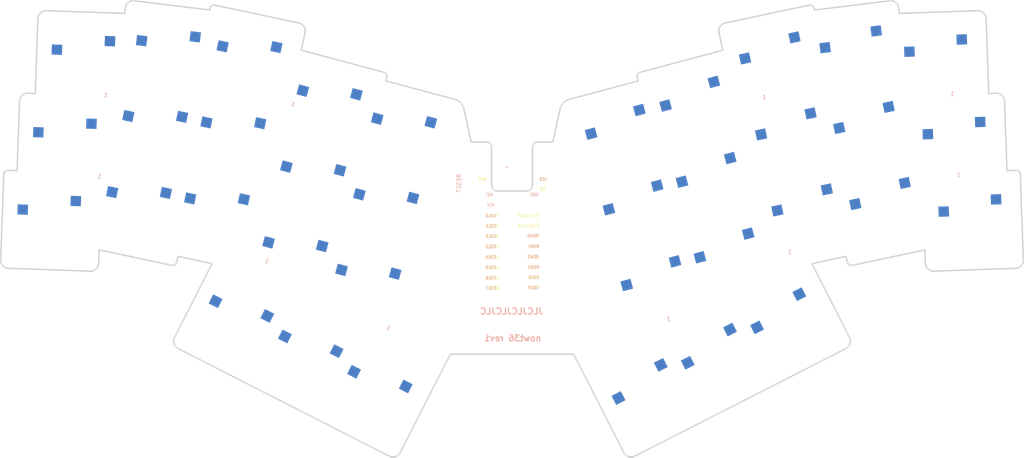
<source format=kicad_pcb>
(kicad_pcb (version 20211014) (generator pcbnew)
  (layers (0 "F.Cu" signal) (31 "B.Cu" signal) (34 "B.Paste" user) (35 "F.Paste" user) (36 "B.SilkS" user "B.Silkscreen") (37 "F.SilkS" user "F.Silkscreen") (38 "B.Mask" user) (39 "F.Mask" user) (44 "Edge.Cuts" user))
  (net 0 "")
  (net 1 "Net-(D1-Pad2)")
  (net 2 "Net-(D2-Pad2)")
  (net 3 "Net-(D3-Pad2)")
  (net 4 "Net-(D4-Pad2)")
  (net 5 "Net-(D5-Pad2)")
  (net 6 "Net-(D6-Pad2)")
  (net 7 "Net-(D7-Pad2)")
  (net 8 "Net-(D8-Pad2)")
  (net 9 "Net-(D9-Pad2)")
  (net 10 "Net-(D10-Pad2)")
  (net 11 "Net-(D11-Pad2)")
  (net 12 "Net-(D12-Pad2)")
  (net 13 "Net-(D13-Pad2)")
  (net 14 "Net-(D14-Pad2)")
  (net 15 "Net-(D15-Pad2)")
  (net 16 "Net-(D16-Pad2)")
  (net 17 "Net-(D17-Pad2)")
  (net 18 "Net-(D18-Pad2)")
  (net 19 "Net-(D19-Pad2)")
  (net 20 "Net-(D20-Pad2)")
  (net 21 "Net-(D21-Pad2)")
  (net 22 "Net-(D22-Pad2)")
  (net 23 "Net-(D23-Pad2)")
  (net 24 "Net-(D24-Pad2)")
  (net 25 "Net-(D25-Pad2)")
  (net 26 "Net-(D26-Pad2)")
  (net 27 "Net-(D27-Pad2)")
  (net 28 "Net-(D28-Pad2)")
  (net 29 "Net-(D29-Pad2)")
  (net 30 "Net-(D30-Pad2)")
  (net 31 "Net-(D31-Pad2)")
  (net 32 "Net-(D32-Pad2)")
  (net 33 "Net-(D33-Pad2)")
  (net 34 "Net-(D34-Pad2)")
  (net 35 "Net-(D35-Pad2)")
  (net 36 "Net-(D36-Pad2)")
  (net 37 "col0")
  (net 38 "col1")
  (net 39 "col2")
  (net 40 "col3")
  (net 41 "col4")
  (net 42 "col5")
  (net 43 "col6")
  (net 44 "col7")
  (net 45 "col8")
  (net 46 "col9")
  (footprint "nowt_parts:CherryMX_Hotswap_middle" (layer "F.Cu") (at 130.9624 65.659 -15)
    (fp_text reference "SW5")
    (fp_text value "SW_PUSH" hide)
    (pad "" np_thru_hole circle (at 5.08 0 345) (size 1.9 1.9) (drill 1.9) (layers *.Cu *.Mask))
    (pad "" np_thru_hole circle (at 0 0 75) (size 4.1 4.1) (drill 4.1) (layers *.Cu *.Mask))
    (pad "" np_thru_hole circle (at -5.08 0 345) (size 1.9 1.9) (drill 1.9) (layers *.Cu *.Mask))
    (pad "1" smd rect (at -7.085 -2.54 165) (size 2.55 2.5) (layers "B.Cu" "B.Paste" "B.Mask") (net 41 "col4"))
    (pad "2" smd rect (at 5.842 -5.08 165) (size 2.55 2.5) (layers "B.Cu" "B.Paste" "B.Mask") (net 5 "Net-(D5-Pad2)"))
  )
  (footprint "nowt_parts:CherryMX_Hotswap_middle" (layer "F.Cu") (at 112.7252 58.801 -15)
    (fp_text reference "SW4")
    (fp_text value "SW_PUSH" hide)
    (pad "" np_thru_hole circle (at 5.08 0 345) (size 1.9 1.9) (drill 1.9) (layers *.Cu *.Mask))
    (pad "" np_thru_hole circle (at -5.08 0 345) (size 1.9 1.9) (drill 1.9) (layers *.Cu *.Mask))
    (pad "" np_thru_hole circle (at 0 0 75) (size 4.1 4.1) (drill 4.1) (layers *.Cu *.Mask))
    (pad "1" smd rect (at -7.085 -2.54 165) (size 2.55 2.5) (layers "B.Cu" "B.Paste" "B.Mask") (net 40 "col3"))
    (pad "2" smd rect (at 5.842 -5.08 165) (size 2.55 2.5) (layers "B.Cu" "B.Paste" "B.Mask") (net 4 "Net-(D4-Pad2)"))
  )
  (footprint "nowt_parts:CherryMX_Hotswap_middle" (layer "F.Cu") (at 66.2178 83.3374 -12)
    (fp_text reference "SW22")
    (fp_text value "SW_PUSH" hide)
    (pad "" np_thru_hole circle (at -5.08 0 348) (size 1.9 1.9) (drill 1.9) (layers *.Cu *.Mask))
    (pad "" np_thru_hole circle (at 0 0 78) (size 4.1 4.1) (drill 4.1) (layers *.Cu *.Mask))
    (pad "" np_thru_hole circle (at 5.08 0 348) (size 1.9 1.9) (drill 1.9) (layers *.Cu *.Mask))
    (pad "1" smd rect (at -7.085 -2.54 168) (size 2.55 2.5) (layers "B.Cu" "B.Paste" "B.Mask") (net 38 "col1"))
    (pad "2" smd rect (at 5.842 -5.08 168) (size 2.55 2.5) (layers "B.Cu" "B.Paste" "B.Mask") (net 22 "Net-(D22-Pad2)"))
  )
  (footprint "nowt_parts:CherryMX_Hotswap_middle" (layer "F.Cu") (at 249.428 83.312 12)
    (fp_text reference "SW29")
    (fp_text value "SW_PUSH" hide)
    (pad "" np_thru_hole circle (at 0 0 102) (size 4.1 4.1) (drill 4.1) (layers *.Cu *.Mask))
    (pad "" np_thru_hole circle (at -5.08 0 12) (size 1.9 1.9) (drill 1.9) (layers *.Cu *.Mask))
    (pad "" np_thru_hole circle (at 5.08 0 12) (size 1.9 1.9) (drill 1.9) (layers *.Cu *.Mask))
    (pad "1" smd rect (at -7.085 -2.54 192) (size 2.55 2.5) (layers "B.Cu" "B.Paste" "B.Mask") (net 45 "col8"))
    (pad "2" smd rect (at 5.842 -5.08 192) (size 2.55 2.5) (layers "B.Cu" "B.Paste" "B.Mask") (net 29 "Net-(D29-Pad2)"))
  )
  (footprint "nowt_parts:ResetSW_1side_back_middle" (layer "F.Cu") (at 144.8308 77.216 90)
    (fp_text reference "SW37" hide)
    (fp_text value "RESET_SWITCH")
    (fp_text user "RESET" (at 0 0 90) (layer "B.SilkS") (effects (justify mirror)))
  )
  (footprint "nowt_parts:CherryMX_Hotswap_middle" (layer "F.Cu") (at 193.4464 102.7684 15)
    (fp_text reference "SW26")
    (fp_text value "SW_PUSH" hide)
    (pad "" np_thru_hole circle (at 0 0 105) (size 4.1 4.1) (drill 4.1) (layers *.Cu *.Mask))
    (pad "" np_thru_hole circle (at 5.08 0 15) (size 1.9 1.9) (drill 1.9) (layers *.Cu *.Mask))
    (pad "" np_thru_hole circle (at -5.08 0 15) (size 1.9 1.9) (drill 1.9) (layers *.Cu *.Mask))
    (pad "1" smd rect (at -7.085 -2.54 195) (size 2.55 2.5) (layers "B.Cu" "B.Paste" "B.Mask") (net 42 "col5"))
    (pad "2" smd rect (at 5.842 -5.08 195) (size 2.55 2.5) (layers "B.Cu" "B.Paste" "B.Mask") (net 26 "Net-(D26-Pad2)"))
  )
  (footprint "nowt_parts:CherryMX_Hotswap_middle" (layer "F.Cu") (at 126.5936 84.201 -15)
    (fp_text reference "SW15")
    (fp_text value "SW_PUSH" hide)
    (pad "" np_thru_hole circle (at 5.08 0 345) (size 1.9 1.9) (drill 1.9) (layers *.Cu *.Mask))
    (pad "" np_thru_hole circle (at 0 0 75) (size 4.1 4.1) (drill 4.1) (layers *.Cu *.Mask))
    (pad "" np_thru_hole circle (at -5.08 0 345) (size 1.9 1.9) (drill 1.9) (layers *.Cu *.Mask))
    (pad "1" smd rect (at -7.085 -2.54 165) (size 2.55 2.5) (layers "B.Cu" "B.Paste" "B.Mask") (net 41 "col4"))
    (pad "2" smd rect (at 5.842 -5.08 165) (size 2.55 2.5) (layers "B.Cu" "B.Paste" "B.Mask") (net 15 "Net-(D15-Pad2)"))
  )
  (footprint "nowt_parts:CherryMX_Hotswap_middle" (layer "F.Cu") (at 191.389 128.905 27)
    (fp_text reference "SW34")
    (fp_text value "SW_PUSH" hide)
    (pad "" np_thru_hole circle (at 0 0 117) (size 4.1 4.1) (drill 4.1) (layers *.Cu *.Mask))
    (pad "" np_thru_hole circle (at 5.08 0 27) (size 1.9 1.9) (drill 1.9) (layers *.Cu *.Mask))
    (pad "" np_thru_hole circle (at -5.08 0 27) (size 1.9 1.9) (drill 1.9) (layers *.Cu *.Mask))
    (pad "1" smd rect (at -7.085 -2.54 207) (size 2.55 2.5) (layers "B.Cu" "B.Paste" "B.Mask") (net 42 "col5"))
    (pad "2" smd rect (at 5.842 -5.08 207) (size 2.55 2.5) (layers "B.Cu" "B.Paste" "B.Mask") (net 34 "Net-(D34-Pad2)"))
  )
  (footprint "nowt_parts:LED_WS2812B_PLCC4_5.0x5.0mm_P3.2mm_middle" (layer "F.Cu") (at 123.1392 113.1062 -15)
    (fp_text reference "D41" hide)
    (fp_text value "WS2812B" hide)
    (fp_text user "1" (at 4.15 -1.6 -15 unlocked) (layer "B.SilkS") (effects (justify mirror)))
  )
  (footprint "nowt_parts:CherryMX_Hotswap_middle" (layer "F.Cu") (at 122.2248 102.743 -15)
    (fp_text reference "SW25")
    (fp_text value "SW_PUSH" hide)
    (pad "" np_thru_hole circle (at -5.08 0 345) (size 1.9 1.9) (drill 1.9) (layers *.Cu *.Mask))
    (pad "" np_thru_hole circle (at 0 0 75) (size 4.1 4.1) (drill 4.1) (layers *.Cu *.Mask))
    (pad "" np_thru_hole circle (at 5.08 0 345) (size 1.9 1.9) (drill 1.9) (layers *.Cu *.Mask))
    (pad "1" smd rect (at -7.085 -2.54 165) (size 2.55 2.5) (layers "B.Cu" "B.Paste" "B.Mask") (net 41 "col4"))
    (pad "2" smd rect (at 5.842 -5.08 165) (size 2.55 2.5) (layers "B.Cu" "B.Paste" "B.Mask") (net 25 "Net-(D25-Pad2)"))
  )
  (footprint "nowt_parts:LED_WS2812B_PLCC4_5.0x5.0mm_P3.2mm_middle" (layer "F.Cu") (at 93.2942 96.7495 -15)
    (fp_text reference "D40" hide)
    (fp_text value "WS2812B" hide)
    (fp_text user "1" (at 4.15 -1.6 -15 unlocked) (layer "B.SilkS") (effects (justify mirror)))
  )
  (footprint "nowt_parts:CherryMX_Hotswap_middle" (layer "F.Cu") (at 225.3488 111.5822 27)
    (fp_text reference "SW36")
    (fp_text value "SW_PUSH" hide)
    (pad "" np_thru_hole circle (at -5.08 0 27) (size 1.9 1.9) (drill 1.9) (layers *.Cu *.Mask))
    (pad "" np_thru_hole circle (at 0 0 117) (size 4.1 4.1) (drill 4.1) (layers *.Cu *.Mask))
    (pad "" np_thru_hole circle (at 5.08 0 27) (size 1.9 1.9) (drill 1.9) (layers *.Cu *.Mask))
    (pad "1" smd rect (at -7.085 -2.54 207) (size 2.55 2.5) (layers "B.Cu" "B.Paste" "B.Mask") (net 44 "col7"))
    (pad "2" smd rect (at 5.842 -5.08 207) (size 2.55 2.5) (layers "B.Cu" "B.Paste" "B.Mask") (net 36 "Net-(D36-Pad2)"))
  )
  (footprint "nowt_parts:LED_WS2812B_PLCC4_5.0x5.0mm_P3.2mm_middle" (layer "F.Cu") (at 52.5018 76.9366 -2)
    (fp_text reference "D39" hide)
    (fp_text value "WS2812B" hide)
    (fp_text user "1" (at 4.15 -1.6 -2 unlocked) (layer "B.SilkS") (effects (justify mirror)))
  )
  (footprint "nowt_parts:CherryMX_Hotswap_middle" (layer "F.Cu") (at 48.7172 67.4878 -2)
    (fp_text reference "SW11")
    (fp_text value "SW_PUSH" hide)
    (pad "" np_thru_hole circle (at -5.08 0 358) (size 1.9 1.9) (drill 1.9) (layers *.Cu *.Mask))
    (pad "" np_thru_hole circle (at 0 0 88) (size 4.1 4.1) (drill 4.1) (layers *.Cu *.Mask))
    (pad "" np_thru_hole circle (at 5.08 0 358) (size 1.9 1.9) (drill 1.9) (layers *.Cu *.Mask))
    (pad "1" smd rect (at -7.085 -2.54 178) (size 2.55 2.5) (layers "B.Cu" "B.Paste" "B.Mask") (net 37 "col0"))
    (pad "2" smd rect (at 5.842 -5.08 178) (size 2.55 2.5) (layers "B.Cu" "B.Paste" "B.Mask") (net 11 "Net-(D11-Pad2)"))
  )
  (footprint "nowt_parts:CherryMX_Hotswap_middle" (layer "F.Cu") (at 70.1802 64.6938 -12)
    (fp_text reference "SW12")
    (fp_text value "SW_PUSH" hide)
    (pad "" np_thru_hole circle (at 0 0 78) (size 4.1 4.1) (drill 4.1) (layers *.Cu *.Mask))
    (pad "" np_thru_hole circle (at 5.08 0 348) (size 1.9 1.9) (drill 1.9) (layers *.Cu *.Mask))
    (pad "" np_thru_hole circle (at -5.08 0 348) (size 1.9 1.9) (drill 1.9) (layers *.Cu *.Mask))
    (pad "1" smd rect (at -7.085 -2.54 168) (size 2.55 2.5) (layers "B.Cu" "B.Paste" "B.Mask") (net 38 "col1"))
    (pad "2" smd rect (at 5.842 -5.08 168) (size 2.55 2.5) (layers "B.Cu" "B.Paste" "B.Mask") (net 12 "Net-(D12-Pad2)"))
  )
  (footprint "nowt_parts:CherryMX_Hotswap_middle" (layer "F.Cu") (at 89.3318 66.2432 -12)
    (fp_text reference "SW13")
    (fp_text value "SW_PUSH" hide)
    (pad "" np_thru_hole circle (at -5.08 0 348) (size 1.9 1.9) (drill 1.9) (layers *.Cu *.Mask))
    (pad "" np_thru_hole circle (at 0 0 78) (size 4.1 4.1) (drill 4.1) (layers *.Cu *.Mask))
    (pad "" np_thru_hole circle (at 5.08 0 348) (size 1.9 1.9) (drill 1.9) (layers *.Cu *.Mask))
    (pad "1" smd rect (at -7.085 -2.54 168) (size 2.55 2.5) (layers "B.Cu" "B.Paste" "B.Mask") (net 39 "col2"))
    (pad "2" smd rect (at 5.842 -5.08 168) (size 2.55 2.5) (layers "B.Cu" "B.Paste" "B.Mask") (net 13 "Net-(D13-Pad2)"))
  )
  (footprint "nowt_parts:CherryMX_Hotswap_middle" (layer "F.Cu") (at 184.7088 65.659 15)
    (fp_text reference "SW6")
    (fp_text value "SW_PUSH" hide)
    (pad "" np_thru_hole circle (at 0 0 105) (size 4.1 4.1) (drill 4.1) (layers *.Cu *.Mask))
    (pad "" np_thru_hole circle (at -5.08 0 15) (size 1.9 1.9) (drill 1.9) (layers *.Cu *.Mask))
    (pad "" np_thru_hole circle (at 5.08 0 15) (size 1.9 1.9) (drill 1.9) (layers *.Cu *.Mask))
    (pad "1" smd rect (at -7.085 -2.54 195) (size 2.55 2.5) (layers "B.Cu" "B.Paste" "B.Mask") (net 42 "col5"))
    (pad "2" smd rect (at 5.842 -5.08 195) (size 2.55 2.5) (layers "B.Cu" "B.Paste" "B.Mask") (net 6 "Net-(D6-Pad2)"))
  )
  (footprint "nowt_parts:CherryMX_Hotswap_middle" (layer "F.Cu") (at 266.9286 67.4624 2)
    (fp_text reference "SW20")
    (fp_text value "SW_PUSH" hide)
    (pad "" np_thru_hole circle (at -5.08 0 2) (size 1.9 1.9) (drill 1.9) (layers *.Cu *.Mask))
    (pad "" np_thru_hole circle (at 5.08 0 2) (size 1.9 1.9) (drill 1.9) (layers *.Cu *.Mask))
    (pad "" np_thru_hole circle (at 0 0 92) (size 4.1 4.1) (drill 4.1) (layers *.Cu *.Mask))
    (pad "1" smd rect (at -7.085 -2.54 182) (size 2.55 2.5) (layers "B.Cu" "B.Paste" "B.Mask") (net 46 "col9"))
    (pad "2" smd rect (at 5.842 -5.08 182) (size 2.55 2.5) (layers "B.Cu" "B.Paste" "B.Mask") (net 20 "Net-(D20-Pad2)"))
  )
  (footprint "nowt_parts:CherryMX_Hotswap_middle" (layer "F.Cu") (at 208.3562 120.2436 27)
    (fp_text reference "SW35")
    (fp_text value "SW_PUSH" hide)
    (pad "" np_thru_hole circle (at -5.08 0 27) (size 1.9 1.9) (drill 1.9) (layers *.Cu *.Mask))
    (pad "" np_thru_hole circle (at 5.08 0 27) (size 1.9 1.9) (drill 1.9) (layers *.Cu *.Mask))
    (pad "" np_thru_hole circle (at 0 0 117) (size 4.1 4.1) (drill 4.1) (layers *.Cu *.Mask))
    (pad "1" smd rect (at -7.085 -2.54 207) (size 2.55 2.5) (layers "B.Cu" "B.Paste" "B.Mask") (net 43 "col6"))
    (pad "2" smd rect (at 5.842 -5.08 207) (size 2.55 2.5) (layers "B.Cu" "B.Paste" "B.Mask") (net 35 "Net-(D35-Pad2)"))
  )
  (footprint "nowt_parts:CherryMX_Hotswap_middle" (layer "F.Cu") (at 211.3831 95.9629 15)
    (fp_text reference "SW27")
    (fp_text value "SW_PUSH" hide)
    (pad "" np_thru_hole circle (at -5.08 0 15) (size 1.9 1.9) (drill 1.9) (layers *.Cu *.Mask))
    (pad "" np_thru_hole circle (at 0 0 105) (size 4.1 4.1) (drill 4.1) (layers *.Cu *.Mask))
    (pad "" np_thru_hole circle (at 5.08 0 15) (size 1.9 1.9) (drill 1.9) (layers *.Cu *.Mask))
    (pad "1" smd rect (at -7.085 -2.54 195) (size 2.55 2.5) (layers "B.Cu" "B.Paste" "B.Mask") (net 43 "col6"))
    (pad "2" smd rect (at 5.842 -5.08 195) (size 2.55 2.5) (layers "B.Cu" "B.Paste" "B.Mask") (net 27 "Net-(D27-Pad2)"))
  )
  (footprint "nowt_parts:CherryMX_Hotswap_middle" (layer "F.Cu") (at 85.344 84.8868 -12)
    (fp_text reference "SW23")
    (fp_text value "SW_PUSH" hide)
    (pad "" np_thru_hole circle (at -5.08 0 348) (size 1.9 1.9) (drill 1.9) (layers *.Cu *.Mask))
    (pad "" np_thru_hole circle (at 5.08 0 348) (size 1.9 1.9) (drill 1.9) (layers *.Cu *.Mask))
    (pad "" np_thru_hole circle (at 0 0 78) (size 4.1 4.1) (drill 4.1) (layers *.Cu *.Mask))
    (pad "1" smd rect (at -7.085 -2.54 168) (size 2.55 2.5) (layers "B.Cu" "B.Paste" "B.Mask") (net 39 "col2"))
    (pad "2" smd rect (at 5.842 -5.08 168) (size 2.55 2.5) (layers "B.Cu" "B.Paste" "B.Mask") (net 23 "Net-(D23-Pad2)"))
  )
  (footprint "nowt_parts:CherryMX_Hotswap_middle" (layer "F.Cu") (at 53.2638 47.244 -2)
    (fp_text reference "SW1")
    (fp_text value "SW_PUSH" hide)
    (pad "" np_thru_hole circle (at -5.08 0 358) (size 1.9 1.9) (drill 1.9) (layers *.Cu *.Mask))
    (pad "" np_thru_hole circle (at 5.08 0 358) (size 1.9 1.9) (drill 1.9) (layers *.Cu *.Mask))
    (pad "" np_thru_hole circle (at 0 0 88) (size 4.1 4.1) (drill 4.1) (layers *.Cu *.Mask))
    (pad "1" smd rect (at -7.085 -2.54 178) (size 2.55 2.5) (layers "B.Cu" "B.Paste" "B.Mask") (net 37 "col0"))
    (pad "2" smd rect (at 5.842 -5.08 178) (size 2.55 2.5) (layers "B.Cu" "B.Paste" "B.Mask") (net 1 "Net-(D1-Pad2)"))
  )
  (footprint "nowt_parts:CherryMX_Hotswap_middle" (layer "F.Cu") (at 222.4024 47.625 12)
    (fp_text reference "SW8")
    (fp_text value "SW_PUSH" hide)
    (pad "" np_thru_hole circle (at 0 0 102) (size 4.1 4.1) (drill 4.1) (layers *.Cu *.Mask))
    (pad "" np_thru_hole circle (at 5.08 0 12) (size 1.9 1.9) (drill 1.9) (layers *.Cu *.Mask))
    (pad "" np_thru_hole circle (at -5.08 0 12) (size 1.9 1.9) (drill 1.9) (layers *.Cu *.Mask))
    (pad "1" smd rect (at -7.085 -2.54 192) (size 2.55 2.5) (layers "B.Cu" "B.Paste" "B.Mask") (net 44 "col7"))
    (pad "2" smd rect (at 5.842 -5.08 192) (size 2.55 2.5) (layers "B.Cu" "B.Paste" "B.Mask") (net 8 "Net-(D8-Pad2)"))
  )
  (footprint "nowt_parts:CherryMX_Hotswap_middle" (layer "F.Cu") (at 104.3432 95.9866 -15)
    (fp_text reference "SW24")
    (fp_text value "SW_PUSH" hide)
    (pad "" np_thru_hole circle (at 5.08 0 345) (size 1.9 1.9) (drill 1.9) (layers *.Cu *.Mask))
    (pad "" np_thru_hole circle (at 0 0 75) (size 4.1 4.1) (drill 4.1) (layers *.Cu *.Mask))
    (pad "" np_thru_hole circle (at -5.08 0 345) (size 1.9 1.9) (drill 1.9) (layers *.Cu *.Mask))
    (pad "1" smd rect (at -7.085 -2.54 165) (size 2.55 2.5) (layers "B.Cu" "B.Paste" "B.Mask") (net 40 "col3"))
    (pad "2" smd rect (at 5.842 -5.08 165) (size 2.55 2.5) (layers "B.Cu" "B.Paste" "B.Mask") (net 24 "Net-(D24-Pad2)"))
  )
  (footprint "nowt_parts:CherryMX_Hotswap_middle" (layer "F.Cu") (at 73.7616 45.6438 -7)
    (fp_text reference "SW2")
    (fp_text value "SW_PUSH" hide)
    (pad "" np_thru_hole circle (at 5.08 0 353) (size 1.9 1.9) (drill 1.9) (layers *.Cu *.Mask))
    (pad "" np_thru_hole circle (at -5.08 0 353) (size 1.9 1.9) (drill 1.9) (layers *.Cu *.Mask))
    (pad "" np_thru_hole circle (at 0 0 83) (size 4.1 4.1) (drill 4.1) (layers *.Cu *.Mask))
    (pad "1" smd rect (at -7.085 -2.54 173) (size 2.55 2.5) (layers "B.Cu" "B.Paste" "B.Mask") (net 38 "col1"))
    (pad "2" smd rect (at 5.842 -5.08 173) (size 2.55 2.5) (layers "B.Cu" "B.Paste" "B.Mask") (net 2 "Net-(D2-Pad2)"))
  )
  (footprint "nowt_parts:CherryMX_Hotswap_middle" (layer "F.Cu") (at 93.2942 47.5996 -12)
    (fp_text reference "SW3")
    (fp_text value "SW_PUSH" hide)
    (pad "" np_thru_hole circle (at 5.08 0 348) (size 1.9 1.9) (drill 1.9) (layers *.Cu *.Mask))
    (pad "" np_thru_hole circle (at 0 0 78) (size 4.1 4.1) (drill 4.1) (layers *.Cu *.Mask))
    (pad "" np_thru_hole circle (at -5.08 0 348) (size 1.9 1.9) (drill 1.9) (layers *.Cu *.Mask))
    (pad "1" smd rect (at -7.085 -2.54 168) (size 2.55 2.5) (layers "B.Cu" "B.Paste" "B.Mask") (net 39 "col2"))
    (pad "2" smd rect (at 5.842 -5.08 168) (size 2.55 2.5) (layers "B.Cu" "B.Paste" "B.Mask") (net 3 "Net-(D3-Pad2)"))
  )
  (footprint "nowt_parts:CherryMX_Hotswap_middle" (layer "F.Cu") (at 241.9096 45.6184 7)
    (fp_text reference "SW9")
    (fp_text value "SW_PUSH" hide)
    (pad "" np_thru_hole circle (at -5.08 0 7) (size 1.9 1.9) (drill 1.9) (layers *.Cu *.Mask))
    (pad "" np_thru_hole circle (at 0 0 97) (size 4.1 4.1) (drill 4.1) (layers *.Cu *.Mask))
    (pad "" np_thru_hole circle (at 5.08 0 7) (size 1.9 1.9) (drill 1.9) (layers *.Cu *.Mask))
    (pad "1" smd rect (at -7.085 -2.54 187) (size 2.55 2.5) (layers "B.Cu" "B.Paste" "B.Mask") (net 45 "col8"))
    (pad "2" smd rect (at 5.842 -5.08 187) (size 2.55 2.5) (layers "B.Cu" "B.Paste" "B.Mask") (net 9 "Net-(D9-Pad2)"))
  )
  (footprint "nowt_parts:CherryMX_Hotswap_middle" (layer "F.Cu") (at 245.491 64.6684 12)
    (fp_text reference "SW19")
    (fp_text value "SW_PUSH" hide)
    (pad "" np_thru_hole circle (at 5.08 0 12) (size 1.9 1.9) (drill 1.9) (layers *.Cu *.Mask))
    (pad "" np_thru_hole circle (at -5.08 0 12) (size 1.9 1.9) (drill 1.9) (layers *.Cu *.Mask))
    (pad "" np_thru_hole circle (at 0 0 102) (size 4.1 4.1) (drill 4.1) (layers *.Cu *.Mask))
    (pad "1" smd rect (at -7.085 -2.54 192) (size 2.55 2.5) (layers "B.Cu" "B.Paste" "B.Mask") (net 45 "col8"))
    (pad "2" smd rect (at 5.842 -5.08 192) (size 2.55 2.5) (layers "B.Cu" "B.Paste" "B.Mask") (net 19 "Net-(D19-Pad2)"))
  )
  (footprint "nowt_parts:CherryMX_Hotswap_middle" (layer "F.Cu") (at 270.8148 86.4362 2)
    (fp_text reference "SW30")
    (fp_text value "SW_PUSH" hide)
    (pad "" np_thru_hole circle (at 0 0 92) (size 4.1 4.1) (drill 4.1) (layers *.Cu *.Mask))
    (pad "" np_thru_hole circle (at -5.08 0 2) (size 1.9 1.9) (drill 1.9) (layers *.Cu *.Mask))
    (pad "" np_thru_hole circle (at 5.08 0 2) (size 1.9 1.9) (drill 1.9) (layers *.Cu *.Mask))
    (pad "1" smd rect (at -7.085 -2.54 182) (size 2.55 2.5) (layers "B.Cu" "B.Paste" "B.Mask") (net 46 "col9"))
    (pad "2" smd rect (at 5.842 -5.08 182) (size 2.55 2.5) (layers "B.Cu" "B.Paste" "B.Mask") (net 30 "Net-(D30-Pad2)"))
  )
  (footprint "nowt_parts:CherryMX_Hotswap_middle" (layer "F.Cu") (at 226.3394 66.2432 12)
    (fp_text reference "SW18")
    (fp_text value "SW_PUSH" hide)
    (pad "" np_thru_hole circle (at 0 0 102) (size 4.1 4.1) (drill 4.1) (layers *.Cu *.Mask))
    (pad "" np_thru_hole circle (at 5.08 0 12) (size 1.9 1.9) (drill 1.9) (layers *.Cu *.Mask))
    (pad "" np_thru_hole circle (at -5.08 0 12) (size 1.9 1.9) (drill 1.9) (layers *.Cu *.Mask))
    (pad "1" smd rect (at -7.085 -2.54 192) (size 2.55 2.5) (layers "B.Cu" "B.Paste" "B.Mask") (net 44 "col7"))
    (pad "2" smd rect (at 5.842 -5.08 192) (size 2.55 2.5) (layers "B.Cu" "B.Paste" "B.Mask") (net 18 "Net-(D18-Pad2)"))
  )
  (footprint "nowt_parts:LED_WS2812B_PLCC4_5.0x5.0mm_P3.2mm_middle" (layer "F.Cu") (at 99.7204 58.4962 -12)
    (fp_text reference "D37" hide)
    (fp_text value "WS2812B" hide)
    (fp_text user "1" (at 4.15 -1.6 -12 unlocked) (layer "B.SilkS") (effects (justify mirror)))
  )
  (footprint "nowt_parts:CherryMX_Hotswap_middle" (layer "F.Cu") (at 90.3224 111.6076 -27)
    (fp_text reference "SW31")
    (fp_text value "SW_PUSH" hide)
    (pad "" np_thru_hole circle (at 0 0 63) (size 4.1 4.1) (drill 4.1) (layers *.Cu *.Mask))
    (pad "" np_thru_hole circle (at -5.08 0 333) (size 1.9 1.9) (drill 1.9) (layers *.Cu *.Mask))
    (pad "" np_thru_hole circle (at 5.08 0 333) (size 1.9 1.9) (drill 1.9) (layers *.Cu *.Mask))
    (pad "1" smd rect (at -7.085 -2.54 153) (size 2.55 2.5) (layers "B.Cu" "B.Paste" "B.Mask") (net 39 "col2"))
    (pad "2" smd rect (at 5.842 -5.08 153) (size 2.55 2.5) (layers "B.Cu" "B.Paste" "B.Mask") (net 31 "Net-(D31-Pad2)"))
  )
  (footprint "nowt_parts:LED_WS2812B_PLCC4_5.0x5.0mm_P3.2mm_middle" (layer "F.Cu") (at 261.6454 57.0484 2)
    (fp_text reference "D45" hide)
    (fp_text value "WS2812B" hide)
    (fp_text user "1" (at 4.15 -1.6 2) (layer "B.SilkS") (effects (justify mirror)))
  )
  (footprint "nowt_parts:LED_WS2812B_PLCC4_5.0x5.0mm_P3.2mm_middle" (layer "F.Cu") (at 54.0258 57.0484 -2)
    (fp_text reference "D38" hide)
    (fp_text value "WS2812B" hide)
    (fp_text user "1" (at 4.15 -1.6 -2 unlocked) (layer "B.SilkS") (effects (justify mirror)))
  )
  (footprint "nowt_parts:CherryMX_Hotswap_middle" (layer "F.Cu") (at 44.8818 86.4362 -2)
    (fp_text reference "SW21")
    (fp_text value "SW_PUSH" hide)
    (pad "" np_thru_hole circle (at 5.08 0 358) (size 1.9 1.9) (drill 1.9) (layers *.Cu *.Mask))
    (pad "" np_thru_hole circle (at -5.08 0 358) (size 1.9 1.9) (drill 1.9) (layers *.Cu *.Mask))
    (pad "" np_thru_hole circle (at 0 0 88) (size 4.1 4.1) (drill 4.1) (layers *.Cu *.Mask))
    (pad "1" smd rect (at -7.085 -2.54 178) (size 2.55 2.5) (layers "B.Cu" "B.Paste" "B.Mask") (net 37 "col0"))
    (pad "2" smd rect (at 5.842 -5.08 178) (size 2.55 2.5) (layers "B.Cu" "B.Paste" "B.Mask") (net 21 "Net-(D21-Pad2)"))
  )
  (footprint "nowt_parts:ProMicro_v3.5_mods_middle" (layer "F.Cu") (at 157.861 89.405)
    (fp_text reference "U1" hide)
    (fp_text value "ProMicro" hide)
    (fp_text user "GND" (at 5.45 -9.41 unlocked) (layer "B.SilkS") (effects (font (size 0.75 0.67) (thickness 0.125)) (justify mirror)))
    (fp_text user "ROW0" (at 5.14 0.68 unlocked) (layer "B.SilkS") (effects (font (size 0.75 0.67) (thickness 0.125)) (justify mirror)))
    (fp_text user "COL6" (at -5.24 11 unlocked) (layer "B.SilkS") (effects (font (size 0.75 0.67) (thickness 0.125)) (justify mirror)))
    (fp_text user "VCC" (at -5.35 -6.9 unlocked) (layer "B.SilkS") (effects (font (size 0.75 0.67) (thickness 0.125)) (justify mirror)))
    (fp_text user "COL7" (at -5.24 13.5 unlocked) (layer "B.SilkS") (effects (font (size 0.75 0.67) (thickness 0.125)) (justify mirror)))
    (fp_text user "ROW2" (at 5.19 5.83 unlocked) (layer "B.SilkS") (effects (font (size 0.75 0.67) (thickness 0.125)) (justify mirror)))
    (fp_text user "" (at -1.2515 -16.256) (layer "B.SilkS") (effects (justify mirror)))
    (fp_text user "RST" (at -5.6 -9.34 unlocked) (layer "B.SilkS") (effects (font (size 0.75 0.67) (thickness 0.125)) (justify mirror)))
    (fp_text user "ROW1" (at 5.28 3.27 unlocked) (layer "B.SilkS") (effects (font (size 0.75 0.67) (thickness 0.125)) (justify mirror)))
    (fp_text user "ROW3" (at 5.28 8.39 unlocked) (layer "B.SilkS") (effects (font (size 0.75 0.67) (thickness 0.125)) (justify mirror)))
    (fp_text user "COL0" (at -5.2 -4.21 unlocked) (layer "B.SilkS") (effects (font (size 0.75 0.67) (thickness 0.125)) (justify mirror)))
    (fp_text user "-" (at -1.2515 -16.256) (layer "B.SilkS") (effects (justify mirror)))
    (fp_text user "COL5" (at -5.24 8.44 unlocked) (layer "B.SilkS") (effects (font (size 0.75 0.67) (thickness 0.125)) (justify mirror)))
    (fp_text user "COL8" (at 5.32 10.87 unlocked) (layer "B.SilkS") (effects (font (size 0.75 0.67) (thickness 0.125)) (justify mirror)))
    (fp_text user "COL9" (at 5.28 13.4 unlocked) (layer "B.SilkS") (effects (font (size 0.75 0.67) (thickness 0.125)) (justify mirror)))
    (fp_text user "LED" (at 7.59 -13.22 unlocked) (layer "B.SilkS") (effects (font (size 0.75 0.67) (thickness 0.125)) (justify mirror)))
    (fp_text user "COL1" (at -5.19 -1.68 unlocked) (layer "B.SilkS") (effects (font (size 0.75 0.67) (thickness 0.125)) (justify mirror)))
    (fp_text user "COL3" (at -5.18 3.35 unlocked) (layer "B.SilkS") (effects (font (size 0.75 0.67) (thickness 0.125)) (justify mirror)))
    (fp_text user "COL2" (at -5.18 0.79 unlocked) (layer "B.SilkS") (effects (font (size 0.75 0.67) (thickness 0.125)) (justify mirror)))
    (fp_text user "COL4" (at -5.24 5.9 unlocked) (layer "B.SilkS") (effects (font (size 0.75 0.67) (thickness 0.125)) (justify mirror)))
    (fp_text user "B4/8" (at 5.225 10.875 unlocked) (layer "F.SilkS") (effects (font (size 0.75 0.67) (thickness 0.125))))
    (fp_text user "SCL/D0/3" (at 4.075 -1.725 unlocked) (layer "F.SilkS") (effects (font (size 0.75 0.67) (thickness 0.125))))
    (fp_text user "A3/F4" (at -4.875 -4.2 unlocked) (layer "F.SilkS") (effects (font (size 0.75 0.67) (thickness 0.125))))
    (fp_text user "" (at -0.545 -17.4) (layer "F.SilkS"))
    (fp_text user "RAW" (at -7.27 -13.22 unlocked) (layer "F.SilkS") (effects (font (size 0.75 0.67) (thickness 0.125))))
    (fp_text user "15/B1" (at -4.875 5.9 unlocked) (layer "F.SilkS") (effects (font (size 0.75 0.67) (thickness 0.125))))
    (fp_text user "14/B3" (at -4.875 8.45 unlocked) (layer "F.SilkS") (effects (font (size 0.75 0.67) (thickness 0.125))))
    (fp_text user "16/B2" (at -4.875 11 unlocked) (layer "F.SilkS") (effects (font (size 0.75 0.67) (thickness 0.125))))
    (fp_text user "E6/7" (at 5.275 8.4 unlocked) (layer "F.SilkS") (effects (font (size 0.75 0.67) (thickness 0.125))))
    (fp_text user "D4/4" (at 5.05 0.65 unlocked) (layer "F.SilkS") (effects (font (size 0.75 0.67) (thickness 0.125))))
    (fp_text user "SDA/D1/2" (at 4.075 -4.225 unlocked) (layer "F.SilkS") (effects (font (size 0.75 0.67) (thickness 0.125))))
    (fp_text user "A1/F6" (at -4.875 0.8 unlocked) (layer "F.SilkS") (effects (font (size 0.75 0.67) (thickness 0.125))))
    (fp_text user "A2/F5" (at -4.875 -1.7 unlocked) (layer "F.SilkS") (effects (font (size 0.75 0.67) (thickness 0.125))))
    (fp_text user "A0/F7" (at -4.875 3.35 unlocked) (layer "F.SilkS") (effects (font (size 0.75 0.67) (thickness 0.125))))
    (fp_text user "D7/6" (at 5.025 5.8 unlocked) (layer "F.SilkS") (effects (font (size 0.75 0.67) (thickness 0.125))))
    (fp_text user "D3" (at 7.43 -13.22 unlocked) (layer "F.SilkS") (effects (font (size 0.75 0.67) (thickness 0.125))))
    (fp_text user "C6/5" (at 5.225 3.25 unlocked) (layer "F.SilkS") (effects (font (size 0.75 0.67) (thickness 0.125))))
    (fp_text user "10/B6" (at -4.875 13.5 unlocked) (layer "F.SilkS") (effects (font (size 0.75 0.67) (thickness 0.125))))
    (fp_text user "D2" (at 7.51 -10.76 unlocked) (layer "F.SilkS") (effects (font (size 0.75 0.67) (thickness 0.125))))
    (fp_text user "B5/9" (at 5.2 13.425 unlocked) (layer "F.SilkS") (effects (font (size 0.75 0.67) (thickness 0.125))))
  )
  (footprint "nowt_parts:CherryMX_Hotswap_middle" (layer "F.Cu") (at 262.4074 47.244 2)
    (fp_text reference "SW10")
    (fp_text value "SW_PUSH" hide)
    (pad "" np_thru_hole circle (at 5.08 0 2) (size 1.9 1.9) (drill 1.9) (layers *.Cu *.Mask))
    (pad "" np_thru_hole circle (at -5.08 0 2) (size 1.9 1.9) (drill 1.9) (layers *.Cu *.Mask))
    (pad "" np_thru_hole circle (at 0 0 92) (size 4.1 4.1) (drill 4.1) (layers *.Cu *.Mask))
    (pad "1" smd rect (at -7.085 -2.54 182) (size 2.55 2.5) (layers "B.Cu" "B.Paste" "B.Mask") (net 46 "col9"))
    (pad "2" smd rect (at 5.842 -5.08 182) (size 2.55 2.5) (layers "B.Cu" "B.Paste" "B.Mask") (net 10 "Net-(D10-Pad2)"))
  )
  (footprint "nowt_parts:LED_WS2812B_PLCC4_5.0x5.0mm_P3.2mm_middle" (layer "F.Cu") (at 222.3516 96.7486 16)
    (fp_text reference "D43" hide)
    (fp_text value "WS2812B" hide)
    (fp_text user "1" (at 4.15 -1.6 16) (layer "B.SilkS") (effects (justify mirror)))
  )
  (footprint "nowt_parts:CherryMX_Hotswap_middle" (layer "F.Cu") (at 202.9714 58.7756 15)
    (fp_text reference "SW7")
    (fp_text value "SW_PUSH" hide)
    (pad "" np_thru_hole circle (at -5.08 0 15) (size 1.9 1.9) (drill 1.9) (layers *.Cu *.Mask))
    (pad "" np_thru_hole circle (at 5.08 0 15) (size 1.9 1.9) (drill 1.9) (layers *.Cu *.Mask))
    (pad "" np_thru_hole circle (at 0 0 105) (size 4.1 4.1) (drill 4.1) (layers *.Cu *.Mask))
    (pad "1" smd rect (at -7.085 -2.54 195) (size 2.55 2.5) (layers "B.Cu" "B.Paste" "B.Mask") (net 43 "col6"))
    (pad "2" smd rect (at 5.842 -5.08 195) (size 2.55 2.5) (layers "B.Cu" "B.Paste" "B.Mask") (net 7 "Net-(D7-Pad2)"))
  )
  (footprint "nowt_parts:LED_WS2812B_PLCC4_5.0x5.0mm_P3.2mm_middle" (layer "F.Cu") (at 192.5574 113.0808 15)
    (fp_text reference "D42" hide)
    (fp_text value "WS2812B" hide)
    (fp_text user "1" (at 4.15 -1.6 15) (layer "B.SilkS") (effects (justify mirror)))
  )
  (footprint "nowt_parts:LED_WS2812B_PLCC4_5.0x5.0mm_P3.2mm_middle" (layer "F.Cu") (at 263.1694 76.9112 2)
    (fp_text reference "D44" hide)
    (fp_text value "WS2812B" hide)
    (fp_text user "1" (at 4.15 -1.6 2) (layer "B.SilkS") (effects (justify mirror)))
  )
  (footprint "nowt_parts:LED_WS2812B_PLCC4_5.0x5.0mm_P3.2mm_middle" (layer "F.Cu") (at 215.9254 58.4962 12)
    (fp_text reference "D46" hide)
    (fp_text value "WS2812B" hide)
    (fp_text user "1" (at 4.15 -1.6 12) (layer "B.SilkS") (effects (justify mirror)))
  )
  (footprint "nowt_parts:CherryMX_Hotswap_middle" (layer "F.Cu") (at 107.315 120.2436 -27)
    (fp_text reference "SW32")
    (fp_text value "SW_PUSH" hide)
    (pad "" np_thru_hole circle (at -5.08 0 333) (size 1.9 1.9) (drill 1.9) (layers *.Cu *.Mask))
    (pad "" np_thru_hole circle (at 5.08 0 333) (size 1.9 1.9) (drill 1.9) (layers *.Cu *.Mask))
    (pad "" np_thru_hole circle (at 0 0 63) (size 4.1 4.1) (drill 4.1) (layers *.Cu *.Mask))
    (pad "1" smd rect (at -7.085 -2.54 153) (size 2.55 2.5) (layers "B.Cu" "B.Paste" "B.Mask") (net 40 "col3"))
    (pad "2" smd rect (at 5.842 -5.08 153) (size 2.55 2.5) (layers "B.Cu" "B.Paste" "B.Mask") (net 32 "Net-(D32-Pad2)"))
  )
  (footprint "nowt_parts:CherryMX_Hotswap_middle" (layer "F.Cu") (at 206.9846 77.4446 15)
    (fp_text reference "SW17")
    (fp_text value "SW_PUSH" hide)
    (pad "" np_thru_hole circle (at 5.08 0 15) (size 1.9 1.9) (drill 1.9) (layers *.Cu *.Mask))
    (pad "" np_thru_hole circle (at -5.08 0 15) (size 1.9 1.9) (drill 1.9) (layers *.Cu *.Mask))
    (pad "" np_thru_hole circle (at 0 0 105) (size 4.1 4.1) (drill 4.1) (layers *.Cu *.Mask))
    (pad "1" smd rect (at -7.085 -2.54 195) (size 2.55 2.5) (layers "B.Cu" "B.Paste" "B.Mask") (net 43 "col6"))
    (pad "2" smd rect (at 5.842 -5.08 195) (size 2.55 2.5) (layers "B.Cu" "B.Paste" "B.Mask") (net 17 "Net-(D17-Pad2)"))
  )
  (footprint "nowt_parts:CherryMX_Hotswap_middle" (layer "F.Cu") (at 124.2632 128.8847 -27)
    (fp_text reference "SW33")
    (fp_text value "SW_PUSH" hide)
    (pad "" np_thru_hole circle (at 5.08 0 333) (size 1.9 1.9) (drill 1.9) (layers *.Cu *.Mask))
    (pad "" np_thru_hole circle (at -5.08 0 333) (size 1.9 1.9) (drill 1.9) (layers *.Cu *.Mask))
    (pad "" np_thru_hole circle (at 0 0 63) (size 4.1 4.1) (drill 4.1) (layers *.Cu *.Mask))
    (pad "1" smd rect (at -7.085 -2.54 153) (size 2.55 2.5) (layers "B.Cu" "B.Paste" "B.Mask") (net 41 "col4"))
    (pad "2" smd rect (at 5.842 -5.08 153) (size 2.55 2.5) (layers "B.Cu" "B.Paste" "B.Mask") (net 33 "Net-(D33-Pad2)"))
  )
  (footprint "nowt_parts:CherryMX_Hotswap_middle" (layer "F.Cu") (at 230.3272 84.8868 12)
    (fp_text reference "SW28")
    (fp_text value "SW_PUSH" hide)
    (pad "" np_thru_hole circle (at 5.08 0 12) (size 1.9 1.9) (drill 1.9) (layers *.Cu *.Mask))
    (pad "" np_thru_hole circle (at -5.08 0 12) (size 1.9 1.9) (drill 1.9) (layers *.Cu *.Mask))
    (pad "" np_thru_hole circle (at 0 0 102) (size 4.1 4.1) (drill 4.1) (layers *.Cu *.Mask))
    (pad "1" smd rect (at -7.085 -2.54 192) (size 2.55 2.5) (layers "B.Cu" "B.Paste" "B.Mask") (net 44 "col7"))
    (pad "2" smd rect (at 5.842 -5.08 192) (size 2.55 2.5) (layers "B.Cu" "B.Paste" "B.Mask") (net 28 "Net-(D28-Pad2)"))
  )
  (footprint "nowt_parts:CherryMX_Hotswap_middle" (layer "F.Cu") (at 189.0776 84.201 15)
    (fp_text reference "SW16")
    (fp_text value "SW_PUSH" hide)
    (pad "" np_thru_hole circle (at 0 0 105) (size 4.1 4.1) (drill 4.1) (layers *.Cu *.Mask))
    (pad "" np_thru_hole circle (at 5.08 0 15) (size 1.9 1.9) (drill 1.9) (layers *.Cu *.Mask))
    (pad "" np_thru_hole circle (at -5.08 0 15) (size 1.9 1.9) (drill 1.9) (layers *.Cu *.Mask))
    (pad "1" smd rect (at -7.085 -2.54 195) (size 2.55 2.5) (layers "B.Cu" "B.Paste" "B.Mask") (net 42 "col5"))
    (pad "2" smd rect (at 5.842 -5.08 195) (size 2.55 2.5) (layers "B.Cu" "B.Paste" "B.Mask") (net 16 "Net-(D16-Pad2)"))
  )
  (footprint "nowt_parts:CherryMX_Hotswap_middle" (layer "F.Cu") (at 108.712 77.4192 -15)
    (fp_text reference "SW14")
    (fp_text value "SW_PUSH" hide)
    (pad "" np_thru_hole circle (at 0 0 75) (size 4.1 4.1) (drill 4.1) (layers *.Cu *.Mask))
    (pad "" np_thru_hole circle (at -5.08 0 345) (size 1.9 1.9) (drill 1.9) (layers *.Cu *.Mask))
    (pad "" np_thru_hole circle (at 5.08 0 345) (size 1.9 1.9) (drill 1.9) (layers *.Cu *.Mask))
    (pad "1" smd rect (at -7.085 -2.54 165) (size 2.55 2.5) (layers "B.Cu" "B.Paste" "B.Mask") (net 40 "col3"))
    (pad "2" smd rect (at 5.842 -5.08 165) (size 2.55 2.5) (layers "B.Cu" "B.Paste" "B.Mask") (net 14 "Net-(D14-Pad2)"))
  )
  (gr_line (start 231.234357 33.601038) (end 231.189263 33.584031) (layer "Edge.Cuts") (width 0.349999))
  (gr_line (start 162.965635 67.745991) (end 162.939532 67.797881) (layer "Edge.Cuts") (width 0.349999))
  (gr_line (start 74.939909 115.390959) (end 74.915741 115.485825) (layer "Edge.Cuts") (width 0.349999))
  (gr_line (start 62.893799 35.573194) (end 62.893799 35.573194) (layer "Edge.Cuts") (width 0.349999))
  (gr_line (start 272.551723 34.968424) (end 272.456697 34.945597) (layer "Edge.Cuts") (width 0.349999))
  (gr_line (start 273.249963 35.310735) (end 273.170259 35.253001) (layer "Edge.Cuts") (width 0.349999))
  (gr_line (start 240.322181 97.099864) (end 240.359833 97.131549) (layer "Edge.Cuts") (width 0.349999))
  (gr_line (start 74.892805 116.262433) (end 74.911448 116.359066) (layer "Edge.Cuts") (width 0.349999))
  (gr_line (start 63.415421 33.305833) (end 63.361074 33.386043) (layer "Edge.Cuts") (width 0.349999))
  (gr_line (start 74.896274 115.581594) (end 74.881522 115.678091) (layer "Edge.Cuts") (width 0.349999))
  (gr_line (start 240.899177 97.347156) (end 240.947952 97.350146) (layer "Edge.Cuts") (width 0.349999))
  (gr_line (start 162.994273 67.695381) (end 162.965635 67.745991) (layer "Edge.Cuts") (width 0.349999))
  (gr_line (start 250.362275 32.481264) (end 231.928178 34.744685) (layer "Edge.Cuts") (width 0.349999))
  (gr_line (start 38.771067 55.165734) (end 38.674865 55.183912) (layer "Edge.Cuts") (width 0.349999))
  (gr_line (start 152.55574 67.552186) (end 152.517364 67.507667) (layer "Edge.Cuts") (width 0.349999))
  (gr_line (start 163.058992 67.598388) (end 163.025405 67.646147) (layer "Edge.Cuts") (width 0.349999))
  (gr_line (start 32.507888 96.278571) (end 32.521371 96.375768) (layer "Edge.Cuts") (width 0.349999))
  (gr_line (start 161.480439 79.116764) (end 157.825364 79.116787) (layer "Edge.Cuts") (width 0.349999))
  (gr_line (start 209.019959 38.554463) (end 208.958401 38.628248) (layer "Edge.Cuts") (width 0.349999))
  (gr_line (start 283.154359 95.982654) (end 282.42154 74.995426) (layer "Edge.Cuts") (width 0.349999))
  (gr_line (start 252.591096 34.222617) (end 252.591096 34.222617) (layer "Edge.Cuts") (width 0.349999))
  (gr_line (start 240.006562 96.558681) (end 240.006562 96.558681) (layer "Edge.Cuts") (width 0.349999))
  (gr_line (start 128.683749 144.308759) (end 128.780234 144.303889) (layer "Edge.Cuts") (width 0.349999))
  (gr_line (start 277.347157 55.302448) (end 277.256627 55.266065) (layer "Edge.Cuts") (width 0.349999))
  (gr_line (start 152.825364 68.306404) (end 152.825364 68.306404) (layer "Edge.Cuts") (width 0.349999))
  (gr_line (start 282.742351 97.269969) (end 282.799049 97.192391) (layer "Edge.Cuts") (width 0.349999))
  (gr_line (start 153.174768 78.676162) (end 153.132495 78.627362) (layer "Edge.Cuts") (width 0.349999))
  (gr_line (start 163.133366 67.507685) (end 163.094992 67.552201) (layer "Edge.Cuts") (width 0.349999))
  (gr_line (start 278.180524 55.972426) (end 278.121326 55.894162) (layer "Edge.Cuts") (width 0.349999))
  (gr_line (start 42.04818 35.655759) (end 41.988977 35.734023) (layer "Edge.Cuts") (width 0.349999))
  (gr_line (start 75.080841 97.26067) (end 75.125099 97.239161) (layer "Edge.Cuts") (width 0.349999))
  (gr_line (start 152.83231 77.909374) (end 152.827115 77.841072) (layer "Edge.Cuts") (width 0.349999))
  (gr_line (start 241.143897 97.33807) (end 241.192658 97.32896) (layer "Edge.Cuts") (width 0.349999))
  (gr_line (start 63.361074 33.386043) (end 63.310524 33.469093) (layer "Edge.Cuts") (width 0.349999))
  (gr_line (start 42.480257 35.252908) (end 42.400542 35.310641) (layer "Edge.Cuts") (width 0.349999))
  (gr_line (start 33.328116 97.676741) (end 33.408998 97.731899) (layer "Edge.Cuts") (width 0.349999))
  (gr_line (start 208.559243 39.494983) (end 208.543098 39.591267) (layer "Edge.Cuts") (width 0.349999))
  (gr_line (start 129.158799 144.238691) (end 129.250752 144.211236) (layer "Edge.Cuts") (width 0.349999))
  (gr_line (start 75.364475 97.066419) (end 75.398657 97.031383) (layer "Edge.Cuts") (width 0.349999))
  (gr_line (start 171.204047 56.879943) (end 171.024936 56.97846) (layer "Edge.Cuts") (width 0.349999))
  (gr_line (start 106.169495 44.588617) (end 106.169495 44.588617) (layer "Edge.Cuts") (width 0.349999))
  (gr_line (start 41.691671 36.346175) (end 41.666814 36.440874) (layer "Edge.Cuts") (width 0.349999))
  (gr_line (start 63.667986 33.015585) (end 63.599848 33.083339) (layer "Edge.Cuts") (width 0.349999))
  (gr_line (start 126.420869 50.014765) (end 126.420869 50.014765) (layer "Edge.Cuts") (width 0.349999))
  (gr_line (start 153.132495 78.627362) (end 153.092568 78.576555) (layer "Edge.Cuts") (width 0.349999))
  (gr_line (start 84.747788 33.529075) (end 84.698572 33.532391) (layer "Edge.Cuts") (width 0.349999))
  (gr_line (start 33.229363 74.995464) (end 32.496293 95.982632) (layer "Edge.Cuts") (width 0.349999))
  (gr_line (start 273.71663 35.814987) (end 273.66147 35.734108) (layer "Edge.Cuts") (width 0.349999))
  (gr_line (start 126.880089 50.284681) (end 126.845231 50.250437) (layer "Edge.Cuts") (width 0.349999))
  (gr_line (start 240.754754 97.32402) (end 240.802491 97.334077) (layer "Edge.Cuts") (width 0.349999))
  (gr_line (start 260.840195 98.724348) (end 260.937402 98.737818) (layer "Edge.Cuts") (width 0.349999))
  (gr_line (start 84.20665 33.716811) (end 84.168363 33.745767) (layer "Edge.Cuts") (width 0.349999))
  (gr_line (start 147.836175 67.119224) (end 147.836175 67.119224) (layer "Edge.Cuts") (width 0.349999))
  (gr_line (start 162.783022 78.107946) (end 162.764899 78.171767) (layer "Edge.Cuts") (width 0.349999))
  (gr_line (start 56.37967 97.398681) (end 56.409073 97.305477) (layer "Edge.Cuts") (width 0.349999))
  (gr_line (start 40.973115 55.203873) (end 40.973115 55.203873) (layer "Edge.Cuts") (width 0.349999))
  (gr_line (start 282.852036 97.112082) (end 282.901192 97.029171) (layer "Edge.Cuts") (width 0.349999))
  (gr_line (start 240.611776 115.11695) (end 240.567368 115.024067) (layer "Edge.Cuts") (width 0.349999))
  (gr_line (start 33.408998 97.731899) (end 33.492338 97.782949) (layer "Edge.Cuts") (width 0.349999))
  (gr_line (start 170.690799 57.209422) (end 170.536761 57.340835) (layer "Edge.Cuts") (width 0.349999))
  (gr_line (start 41.646581 36.5369) (end 41.631046 36.634091) (layer "Edge.Cuts") (width 0.349999))
  (gr_line (start 157.825364 79.116787) (end 157.825364 79.116787) (layer "Edge.Cuts") (width 0.349999))
  (gr_line (start 42.912965 35.027686) (end 42.822427 35.064064) (layer "Edge.Cuts") (width 0.349999))
  (gr_line (start 259.305047 97.49031) (end 259.343337 97.580057) (layer "Edge.Cuts") (width 0.349999))
  (gr_line (start 281.626843 97.996525) (end 281.722763 97.970827) (layer "Edge.Cuts") (width 0.349999))
  (gr_line (start 281.997955 97.866951) (end 282.085093 97.823831) (layer "Edge.Cuts") (width 0.349999))
  (gr_line (start 55.278476 98.587565) (end 55.367173 98.546787) (layer "Edge.Cuts") (width 0.349999))
  (gr_line (start 83.81276 34.320466) (end 83.72255 34.744685) (layer "Edge.Cuts") (width 0.349999))
  (gr_line (start 37.730256 55.67667) (end 37.730256 55.67667) (layer "Edge.Cuts") (width 0.349999))
  (gr_line (start 278.376225 56.310055) (end 278.333611 56.222284) (layer "Edge.Cuts") (width 0.349999))
  (gr_line (start 152.433877 67.424235) (end 152.389333 67.385889) (layer "Edge.Cuts") (width 0.349999))
  (gr_line (start 283.108877 96.484365) (end 283.127818 96.386885) (layer "Edge.Cuts") (width 0.349999))
  (gr_line (start 240.047978 96.700856) (end 240.066274 96.746381) (layer "Edge.Cuts") (width 0.349999))
  (gr_line (start 208.523308 39.886428) (end 208.526582 39.986421) (layer "Edge.Cuts") (width 0.349999))
  (gr_line (start 276.782306 55.152244) (end 276.684271 55.143534) (layer "Edge.Cuts") (width 0.349999))
  (gr_line (start 282.169732 97.776681) (end 282.251751 97.72563) (layer "Edge.Cuts") (width 0.349999))
  (gr_line (start 39.065009 55.139685) (end 38.966305 55.143559) (layer "Edge.Cuts") (width 0.349999))
  (gr_line (start 37.101287 56.970629) (end 37.095368 57.069666) (layer "Edge.Cuts") (width 0.349999))
  (gr_line (start 75.171243 116.995091) (end 75.225197 117.076576) (layer "Edge.Cuts") (width 0.349999))
  (gr_line (start 55.70031 98.340973) (end 55.777351 98.279154) (layer "Edge.Cuts") (width 0.349999))
  (gr_line (start 37.112051 56.872436) (end 37.101287 56.970629) (layer "Edge.Cuts") (width 0.349999))
  (gr_line (start 63.739221 32.951218) (end 63.667986 33.015585) (layer "Edge.Cuts") (width 0.349999))
  (gr_line (start 127.073265 50.568746) (end 127.051813 50.524261) (layer "Edge.Cuts") (width 0.349999))
  (gr_line (start 75.282999 117.15524) (end 75.344535 117.23095) (layer "Edge.Cuts") (width 0.349999))
  (gr_line (start 241.192658 97.32896) (end 259.049653 93.533287) (layer "Edge.Cuts") (width 0.349999))
  (gr_line (start 282.231358 74.442666) (end 282.20213 74.404459) (layer "Edge.Cuts") (width 0.349999))
  (gr_line (start 127.051813 50.524261) (end 127.028084 50.480701) (layer "Edge.Cuts") (width 0.349999))
  (gr_line (start 240.1093 96.834194) (end 240.13393 96.876336) (layer "Edge.Cuts") (width 0.349999))
  (gr_line (start 42.822427 35.064064) (end 42.73372 35.104838) (layer "Edge.Cuts") (width 0.349999))
  (gr_line (start 129.766875 143.95703) (end 129.845385 143.900262) (layer "Edge.Cuts") (width 0.349999))
  (gr_line (start 230.753045 33.53402) (end 230.702568 33.540801) (layer "Edge.Cuts") (width 0.349999))
  (gr_line (start 273.401215 35.438393) (end 273.327004 35.372553) (layer "Edge.Cuts") (width 0.349999))
  (gr_line (start 130.25601 143.478241) (end 130.312797 143.394848) (layer "Edge.Cuts") (width 0.349999))
  (gr_line (start 171.583881 56.71942) (end 171.390526 56.793424) (layer "Edge.Cuts") (width 0.349999))
  (gr_line (start 43.193912 34.945545) (end 43.098874 34.968364) (layer "Edge.Cuts") (width 0.349999))
  (gr_line (start 144.26024 56.79345) (end 144.066893 56.719442) (layer "Edge.Cuts") (width 0.349999))
  (gr_line (start 129.845385 143.900262) (end 129.9213 143.839525) (layer "Edge.Cuts") (width 0.349999))
  (gr_line (start 75.94838 95.12746) (end 84.315011 96.905849) (layer "Edge.Cuts") (width 0.349999))
  (gr_line (start 33.619889 74.237023) (end 33.582536 74.26717) (layer "Edge.Cuts") (width 0.349999))
  (gr_line (start 74.881522 115.678091) (end 74.871499 115.775138) (layer "Edge.Cuts") (width 0.349999))
  (gr_line (start 153.587232 78.984165) (end 153.52924 78.954464) (layer "Edge.Cuts") (width 0.349999))
  (gr_line (start 37.127586 56.775246) (end 37.112051 56.872436) (layer "Edge.Cuts") (width 0.349999))
  (gr_line (start 145.25866 57.482215) (end 145.113973 57.340869) (layer "Edge.Cuts") (width 0.349999))
  (gr_line (start 33.546679 74.29905) (end 33.512383 74.332603) (layer "Edge.Cuts") (width 0.349999))
  (gr_line (start 37.202085 56.49132) (end 37.172677 56.584527) (layer "Edge.Cuts") (width 0.349999))
  (gr_line (start 250.667391 32.467018) (end 250.566496 32.466592) (layer "Edge.Cuts") (width 0.349999))
  (gr_line (start 276.486359 55.140665) (end 274.677613 55.203873) (layer "Edge.Cuts") (width 0.349999))
  (gr_line (start 208.534952 40.08697) (end 208.548515 40.187924) (layer "Edge.Cuts") (width 0.349999))
  (gr_line (start 107.048711 39.31894) (end 107.019338 39.225729) (layer "Edge.Cuts") (width 0.349999))
  (gr_line (start 153.707883 79.035179) (end 153.646807 79.011098) (layer "Edge.Cuts") (width 0.349999))
  (gr_line (start 129.994448 143.774875) (end 130.064663 143.706367) (layer "Edge.Cuts") (width 0.349999))
  (gr_line (start 63.263913 33.554874) (end 63.221379 33.643277) (layer "Edge.Cuts") (width 0.349999))
  (gr_line (start 107.1149 40.093746) (end 107.123339 39.995692) (layer "Edge.Cuts") (width 0.349999))
  (gr_line (start 189.002232 50.10701) (end 188.960133 50.131818) (layer "Edge.Cuts") (width 0.349999))
  (gr_line (start 64.136961 32.684023) (end 64.052338 32.729812) (layer "Edge.Cuts") (width 0.349999))
  (gr_line (start 189.090071 50.063597) (end 189.045569 50.084252) (layer "Edge.Cuts") (width 0.349999))
  (gr_line (start 162.809867 77.976648) (end 162.79804 78.042878) (layer "Edge.Cuts") (width 0.349999))
  (gr_line (start 32.966544 97.342282) (end 33.032387 97.416492) (layer "Edge.Cuts") (width 0.349999))
  (gr_line (start 32.499173 96.180538) (end 32.507888 96.278571) (layer "Edge.Cuts") (width 0.349999))
  (gr_line (start 259.385956 97.667831) (end 259.432833 97.75347) (layer "Edge.Cuts") (width 0.349999))
  (gr_line (start 240.802491 97.334077) (end 240.850661 97.341794) (layer "Edge.Cuts") (width 0.349999))
  (gr_line (start 187.652731 144.205891) (end 187.745267 144.172371) (layer "Edge.Cuts") (width 0.349999))
  (gr_line (start 239.783896 117.665017) (end 239.870887 117.612023) (layer "Edge.Cuts") (width 0.349999))
  (gr_line (start 75.344535 117.23095) (end 75.409687 117.30357) (layer "Edge.Cuts") (width 0.349999))
  (gr_line (start 151.634965 67.11676) (end 151.634965 67.11676) (layer "Edge.Cuts") (width 0.349999))
  (gr_line (start 260.555245 98.655952) (end 260.64895 98.683353) (layer "Edge.Cuts") (width 0.349999))
  (gr_line (start 187.925858 144.091366) (end 239.693375 117.714062) (layer "Edge.Cuts") (width 0.349999))
  (gr_line (start 189.229874 50.014791) (end 189.182295 50.028812) (layer "Edge.Cuts") (width 0.349999))
  (gr_line (start 281.992172 74.208657) (end 281.952021 74.182163) (layer "Edge.Cuts") (width 0.349999))
  (gr_line (start 106.804406 38.784022) (end 106.804406 38.784022) (layer "Edge.Cuts") (width 0.349999))
  (gr_line (start 37.414808 56.053271) (end 37.363751 56.136611) (layer "Edge.Cuts") (width 0.349999))
  (gr_line (start 33.69882 74.182173) (end 33.658672 74.208671) (layer "Edge.Cuts") (width 0.349999))
  (gr_line (start 84.28711 33.664558) (end 84.246257 33.689725) (layer "Edge.Cuts") (width 0.349999))
  (gr_line (start 251.3379 32.604675) (end 251.246924 32.571346) (layer "Edge.Cuts") (width 0.349999))
  (gr_line (start 38.393929 55.266057) (end 38.303394 55.302436) (layer "Edge.Cuts") (width 0.349999))
  (gr_line (start 240.315657 117.220587) (end 240.376409 117.14468) (layer "Edge.Cuts") (width 0.349999))
  (gr_line (start 231.143295 33.569185) (end 231.096528 33.556548) (layer "Edge.Cuts") (width 0.349999))
  (gr_line (start 63.059655 34.222617) (end 63.059655 34.222617) (layer "Edge.Cuts") (width 0.349999))
  (gr_line (start 33.343011 74.565663) (end 33.321457 74.609231) (layer "Edge.Cuts") (width 0.349999))
  (gr_line (start 145.734073 58.136595) (end 145.631708 57.960683) (layer "Edge.Cuts") (width 0.349999))
  (gr_line (start 106.415091 38.343276) (end 106.338897 38.282252) (layer "Edge.Cuts") (width 0.349999))
  (gr_line (start 55.851563 98.213314) (end 55.922422 98.143878) (layer "Edge.Cuts") (width 0.349999))
  (gr_line (start 107.10159 40.191619) (end 107.1149 40.093746) (layer "Edge.Cuts") (width 0.349999))
  (gr_line (start 273.857163 36.071725) (end 273.81455 35.983958) (layer "Edge.Cuts") (width 0.349999))
  (gr_line (start 240.219684 96.994822) (end 240.252057 97.031427) (layer "Edge.Cuts") (width 0.349999))
  (gr_line (start 64.496626 32.542399) (end 64.403814 32.571356) (layer "Edge.Cuts") (width 0.349999))
  (gr_line (start 153.314811 78.809675) (end 153.26601 78.767403) (layer "Edge.Cuts") (width 0.349999))
  (gr_line (start 106.259863 38.225049) (end 106.178133 38.171766) (layer "Edge.Cuts") (width 0.349999))
  (gr_line (start 33.74027 74.157591) (end 33.69882 74.182173) (layer "Edge.Cuts") (width 0.349999))
  (gr_line (start 272.360503 34.927412) (end 272.263308 34.913933) (layer "Edge.Cuts") (width 0.349999))
  (gr_line (start 209.722011 38.04057) (end 209.632009 38.082532) (layer "Edge.Cuts") (width 0.349999))
  (gr_line (start 187.925858 144.091366) (end 187.925858 144.091366) (layer "Edge.Cuts") (width 0.349999))
  (gr_line (start 75.431029 96.99478) (end 75.461542 96.956683) (layer "Edge.Cuts") (width 0.349999))
  (gr_line (start 186.784572 144.295574) (end 186.882053 144.30462) (layer "Edge.Cuts") (width 0.349999))
  (gr_line (start 185.794637 143.89138) (end 185.873296 143.949198) (layer "Edge.Cuts") (width 0.349999))
  (gr_line (start 241.192658 97.32896) (end 241.192658 97.32896) (layer "Edge.Cuts") (width 0.349999))
  (gr_line (start 252.177321 33.228563) (end 252.115798 33.154362) (layer "Edge.Cuts") (width 0.349999))
  (gr_line (start 56.454156 97.114767) (end 56.469688 97.017582) (layer "Edge.Cuts") (width 0.349999))
  (gr_line (start 273.895447 36.161466) (end 273.857163 36.071725) (layer "Edge.Cuts") (width 0.349999))
  (gr_line (start 43.387322 34.9139) (end 43.290117 34.927369) (layer "Edge.Cuts") (width 0.349999))
  (gr_line (start 230.853315 33.5282) (end 230.803319 33.529836) (layer "Edge.Cuts") (width 0.349999))
  (gr_line (start 41.793255 36.07166) (end 41.754965 36.161407) (layer "Edge.Cuts") (width 0.349999))
  (gr_line (start 281.539941 74.037179) (end 281.48971 74.032565) (layer "Edge.Cuts") (width 0.349999))
  (gr_line (start 145.113973 57.340869) (end 144.959941 57.209456) (layer "Edge.Cuts") (width 0.349999))
  (gr_line (start 281.38736 74.030964) (end 281.38736 74.030964) (layer "Edge.Cuts") (width 0.349999))
  (gr_line (start 231.049036 33.546169) (end 231.000895 33.538097) (layer "Edge.Cuts") (width 0.349999))
  (gr_line (start 56.601067 93.533287) (end 56.601067 93.533287) (layer "Edge.Cuts") (width 0.349999))
  (gr_line (start 282.799049 97.192391) (end 282.852036 97.112082) (layer "Edge.Cuts") (width 0.349999))
  (gr_line (start 152.036279 67.186216) (end 151.981122 67.167998) (layer "Edge.Cuts") (width 0.349999))
  (gr_line (start 144.625817 56.97849) (end 144.446713 56.879971) (layer "Edge.Cuts") (width 0.349999))
  (gr_line (start 187.368291 144.278351) (end 187.464067 144.258894) (layer "Edge.Cuts") (width 0.349999))
  (gr_line (start 32.846985 97.185538) (end 32.904723 97.265242) (layer "Edge.Cuts") (width 0.349999))
  (gr_line (start 282.068313 74.267151) (end 282.030957 74.237007) (layer "Edge.Cuts") (width 0.349999))
  (gr_line (start 56.486367 96.820362) (end 56.486367 96.820362) (layer "Edge.Cuts") (width 0.349999))
  (gr_line (start 272.737609 35.02776) (end 272.645416 34.995833) (layer "Edge.Cuts") (width 0.349999))
  (gr_line (start 106.338897 38.282252) (end 106.259863 38.225049) (layer "Edge.Cuts") (width 0.349999))
  (gr_line (start 33.419505 74.442695) (end 33.3921 74.482334) (layer "Edge.Cuts") (width 0.349999))
  (gr_line (start 240.525627 97.239217) (end 240.569887 97.260726) (layer "Edge.Cuts") (width 0.349999))
  (gr_line (start 252.42937 33.643271) (end 252.386836 33.554867) (layer "Edge.Cuts") (width 0.349999))
  (gr_line (start 106.748329 38.702186) (end 106.688533 38.623567) (layer "Edge.Cuts") (width 0.349999))
  (gr_line (start 188.80551 50.250462) (end 188.770651 50.284706) (layer "Edge.Cuts") (width 0.349999))
  (gr_line (start 162.595672 78.523788) (end 162.558175 78.576517) (layer "Edge.Cuts") (width 0.349999))
  (gr_line (start 162.825364 77.771831) (end 162.823614 77.84104) (layer "Edge.Cuts") (width 0.349999))
  (gr_line (start 74.989804 97.296898) (end 75.035714 97.279921) (layer "Edge.Cuts") (width 0.349999))
  (gr_line (start 74.915741 115.485825) (end 74.896274 115.581594) (layer "Edge.Cuts") (width 0.349999))
  (gr_line (start 145.968295 58.706368) (end 145.902861 58.509953) (layer "Edge.Cuts") (width 0.349999))
  (gr_line (start 152.476655 67.464916) (end 152.433877 67.424235) (layer "Edge.Cuts") (width 0.349999))
  (gr_line (start 107.109021 39.60517) (end 107.093585 39.508835) (layer "Edge.Cuts") (width 0.349999))
  (gr_line (start 126.605174 50.084226) (end 126.560671 50.063571) (layer "Edge.Cuts") (width 0.349999))
  (gr_line (start 231.680219 33.956068) (end 231.651421 33.916904) (layer "Edge.Cuts") (width 0.349999))
  (gr_line (start 74.996212 116.643651) (end 75.033621 116.735067) (layer "Edge.Cuts") (width 0.349999))
  (gr_line (start 271.967377 34.902346) (end 271.967377 34.902346) (layer "Edge.Cuts") (width 0.349999))
  (gr_line (start 240.440064 97.189487) (end 240.482323 97.215465) (layer "Edge.Cuts") (width 0.349999))
  (gr_line (start 163.307607 67.34994) (end 163.261395 67.38591) (layer "Edge.Cuts") (width 0.349999))
  (gr_line (start 209.632009 38.082532) (end 209.54478 38.128627) (layer "Edge.Cuts") (width 0.349999))
  (gr_line (start 163.560275 67.207119) (end 163.507186 67.230611) (layer "Edge.Cuts") (width 0.349999))
  (gr_line (start 34.212005 74.030447) (end 34.161123 74.032543) (layer "Edge.Cuts") (width 0.349999))
  (gr_line (start 33.269534 74.746822) (end 33.25669 74.79478) (layer "Edge.Cuts") (width 0.349999))
  (gr_line (start 33.366581 74.523344) (end 33.343011 74.565663) (layer "Edge.Cuts") (width 0.349999))
  (gr_line (start 64.983344 32.467023) (end 64.883446 32.472478) (layer "Edge.Cuts") (width 0.349999))
  (gr_line (start 126.69061 50.131793) (end 126.64851 50.106985) (layer "Edge.Cuts") (width 0.349999))
  (gr_line (start 186.214792 144.140836) (end 186.306206 144.178261) (layer "Edge.Cuts") (width 0.349999))
  (gr_line (start 186.399766 144.211262) (end 186.399766 144.211262) (layer "Edge.Cuts") (width 0.349999))
  (gr_line (start 153.52924 78.954464) (end 153.472918 78.92208) (layer "Edge.Cuts") (width 0.349999))
  (gr_line (start 188.70598 50.358317) (end 188.67631 50.397575) (layer "Edge.Cuts") (width 0.349999))
  (gr_line (start 33.665744 97.872427) (end 33.755488 97.910708) (layer "Edge.Cuts") (width 0.349999))
  (gr_line (start 231.189263 33.584031) (end 231.143295 33.569185) (layer "Edge.Cuts") (width 0.349999))
  (gr_line (start 188.91934 50.158621) (end 188.879925 50.187365) (layer "Edge.Cuts") (width 0.349999))
  (gr_line (start 55.989466 98.071339) (end 56.052622 97.995857) (layer "Edge.Cuts") (width 0.349999))
  (gr_line (start 126.468448 50.028786) (end 126.420869 50.014765) (layer "Edge.Cuts") (width 0.349999))
  (gr_line (start 105.734185 37.967685) (end 105.639359 37.940038) (layer "Edge.Cuts") (width 0.349999))
  (gr_line (start 75.704169 117.560454) (end 75.785681 117.615601) (layer "Edge.Cuts") (width 0.349999))
  (gr_line (start 151.981122 67.167998) (end 151.925078 67.152478) (layer "Edge.Cuts") (width 0.349999))
  (gr_line (start 83.918561 34.038952) (end 83.895515 34.082566) (layer "Edge.Cuts") (width 0.349999))
  (gr_line (start 152.867712 78.107981) (end 152.852693 78.042913) (layer "Edge.Cuts") (width 0.349999))
  (gr_line (start 240.567368 115.024067) (end 231.335725 96.905849) (layer "Edge.Cuts") (width 0.349999))
  (gr_line (start 55.187948 98.623949) (end 55.278476 98.587565) (layer "Edge.Cuts") (width 0.349999))
  (gr_line (start 278.41451 56.399798) (end 278.376225 56.310055) (layer "Edge.Cuts") (width 0.349999))
  (gr_line (start 37.469974 55.972389) (end 37.414808 56.053271) (layer "Edge.Cuts") (width 0.349999))
  (gr_line (start 259.164445 96.820385) (end 259.164445 96.820385) (layer "Edge.Cuts") (width 0.349999))
  (gr_line (start 153.05507 78.523825) (end 153.020086 78.469257) (layer "Edge.Cuts") (width 0.349999))
  (gr_line (start 151.868244 67.139697) (end 151.810718 67.129694) (layer "Edge.Cuts") (width 0.349999))
  (gr_line (start 84.948176 33.540807) (end 84.8977 33.534028) (layer "Edge.Cuts") (width 0.349999))
  (gr_line (start 75.870119 117.666848) (end 75.957368 117.714062) (layer "Edge.Cuts") (width 0.349999))
  (gr_line (start 130.131774 143.634055) (end 130.195613 143.557995) (layer "Edge.Cuts") (width 0.349999))
  (gr_line (start 161.880379 79.056294) (end 161.816557 79.074418) (layer "Edge.Cuts") (width 0.349999))
  (gr_line (start 152.656465 67.695372) (end 152.625331 67.646136) (layer "Edge.Cuts") (width 0.349999))
  (gr_line (start 151.693981 67.118185) (end 151.634965 67.11676) (layer "Edge.Cuts") (width 0.349999))
  (gr_line (start 187.174737 144.303102) (end 187.271788 144.293091) (layer "Edge.Cuts") (width 0.349999))
  (gr_line (start 240.947952 97.350146) (end 240.996899 97.350749) (layer "Edge.Cuts") (width 0.349999))
  (gr_line (start 188.489236 50.947446) (end 188.488803 50.996309) (layer "Edge.Cuts") (width 0.349999))
  (gr_line (start 185.576934 143.695993) (end 185.646321 143.764662) (layer "Edge.Cuts") (width 0.349999))
  (gr_line (start 277.435855 55.343226) (end 277.347157 55.302448) (layer "Edge.Cuts") (width 0.349999))
  (gr_line (start 54.713638 98.737776) (end 54.810835 98.724296) (layer "Edge.Cuts") (width 0.349999))
  (gr_line (start 33.940247 97.973988) (end 34.03494 97.998839) (layer "Edge.Cuts") (width 0.349999))
  (gr_line (start 74.943198 97.311585) (end 74.989804 97.296898) (layer "Edge.Cuts") (width 0.349999))
  (gr_line (start 188.526894 50.706906) (end 188.514668 50.754217) (layer "Edge.Cuts") (width 0.349999))
  (gr_line (start 170.132695 57.792605) (end 170.019004 57.960651) (layer "Edge.Cuts") (width 0.349999))
  (gr_line (start 208.900488 38.704823) (end 208.846316 38.78404) (layer "Edge.Cuts") (width 0.349999))
  (gr_line (start 153.418349 78.887098) (end 153.365619 78.849601) (layer "Edge.Cuts") (width 0.349999))
  (gr_line (start 33.3921 74.482334) (end 33.366581 74.523344) (layer "Edge.Cuts") (width 0.349999))
  (gr_line (start 126.770816 50.18734) (end 126.731402 50.158596) (layer "Edge.Cuts") (width 0.349999))
  (gr_line (start 56.052622 97.995857) (end 56.111817 97.917596) (layer "Edge.Cuts") (width 0.349999))
  (gr_line (start 147.836175 67.119224) (end 146.020432 58.908584) (layer "Edge.Cuts") (width 0.349999))
  (gr_line (start 127.028084 50.480701) (end 127.028084 50.480701) (layer "Edge.Cuts") (width 0.349999))
  (gr_line (start 161.94287 79.035149) (end 161.880379 79.056294) (layer "Edge.Cuts") (width 0.349999))
  (gr_line (start 281.328213 98.045016) (end 281.429447 98.033749) (layer "Edge.Cuts") (width 0.349999))
  (gr_line (start 282.171146 74.367743) (end 282.138472 74.33258) (layer "Edge.Cuts") (width 0.349999))
  (gr_line (start 84.329134 33.641358) (end 84.28711 33.664558) (layer "Edge.Cuts") (width 0.349999))
  (gr_line (start 33.284653 74.699871) (end 33.269534 74.746822) (layer "Edge.Cuts") (width 0.349999))
  (gr_line (start 38.303394 55.302436) (end 38.21469 55.34321) (layer "Edge.Cuts") (width 0.349999))
  (gr_line (start 106.903863 38.955138) (end 106.85636 38.868536) (layer "Edge.Cuts") (width 0.349999))
  (gr_line (start 55.851563 98.213314) (end 55.851563 98.213314) (layer "Edge.Cuts") (width 0.349999))
  (gr_line (start 185.646321 143.764662) (end 185.718934 143.82983) (layer "Edge.Cuts") (width 0.349999))
  (gr_line (start 186.038942 144.053174) (end 186.125659 144.099102) (layer "Edge.Cuts") (width 0.349999))
  (gr_line (start 64.687202 32.498038) (end 64.591135 32.517923) (layer "Edge.Cuts") (width 0.349999))
  (gr_line (start 251.911522 32.951207) (end 251.837329 32.890336) (layer "Edge.Cuts") (width 0.349999))
  (gr_line (start 189.229874 50.014791) (end 189.229874 50.014791) (layer "Edge.Cuts") (width 0.349999))
  (gr_line (start 252.555926 34.020912) (end 252.531104 33.923116) (layer "Edge.Cuts") (width 0.349999))
  (gr_line (start 84.554226 33.556563) (end 84.50746 33.5692) (layer "Edge.Cuts") (width 0.349999))
  (gr_line (start 208.531663 39.688701) (end 208.525034 39.787138) (layer "Edge.Cuts") (width 0.349999))
  (gr_line (start 272.263308 34.913933) (end 272.165278 34.90522) (layer "Edge.Cuts") (width 0.349999))
  (gr_line (start 56.601067 93.533287) (end 74.4581 97.328915) (layer "Edge.Cuts") (width 0.349999))
  (gr_line (start 153.472918 78.92208) (end 153.418349 78.887098) (layer "Edge.Cuts") (width 0.349999))
  (gr_line (start 278.333611 56.222284) (end 278.28674 56.136648) (layer "Edge.Cuts") (width 0.349999))
  (gr_line (start 74.895985 97.323964) (end 74.943198 97.311585) (layer "Edge.Cuts") (width 0.349999))
  (gr_line (start 38.48613 55.234136) (end 38.393929 55.266057) (layer "Edge.Cuts") (width 0.349999))
  (gr_line (start 162.003945 79.011067) (end 161.94287 79.035149) (layer "Edge.Cuts") (width 0.349999))
  (gr_line (start 74.848251 97.334021) (end 74.895985 97.323964) (layer "Edge.Cuts") (width 0.349999))
  (gr_line (start 37.881523 55.549014) (end 37.804475 55.610831) (layer "Edge.Cuts") (width 0.349999))
  (gr_line (start 37.316877 56.222247) (end 37.274258 56.310019) (layer "Edge.Cuts") (width 0.349999))
  (gr_line (start 186.687426 144.281729) (end 186.784572 144.295574) (layer "Edge.Cuts") (width 0.349999))
  (gr_line (start 142.703004 119.099964) (end 142.703004 119.099964) (layer "Edge.Cuts") (width 0.349999))
  (gr_line (start 54.417702 98.749363) (end 54.516906 98.750371) (layer "Edge.Cuts") (width 0.349999))
  (gr_line (start 75.121252 116.910921) (end 75.171243 116.995091) (layer "Edge.Cuts") (width 0.349999))
  (gr_line (start 75.516787 96.876301) (end 75.541418 96.834162) (layer "Edge.Cuts") (width 0.349999))
  (gr_line (start 145.393508 57.632977) (end 145.25866 57.482215) (layer "Edge.Cuts") (width 0.349999))
  (gr_line (start 152.34312 67.349917) (end 152.295337 67.31636) (layer "Edge.Cuts") (width 0.349999))
  (gr_line (start 231.838013 34.320467) (end 231.826042 34.270403) (layer "Edge.Cuts") (width 0.349999))
  (gr_line (start 240.11014 117.431035) (end 240.182467 117.363933) (layer "Edge.Cuts") (width 0.349999))
  (gr_line (start 272.91683 35.104922) (end 272.828135 35.064144) (layer "Edge.Cuts") (width 0.349999))
  (gr_line (start 281.438828 74.030474) (end 281.38736 74.030964) (layer "Edge.Cuts") (width 0.349999))
  (gr_line (start 152.625331 67.646136) (end 152.591743 67.598375) (layer "Edge.Cuts") (width 0.349999))
  (gr_line (start 55.002059 98.683284) (end 55.095753 98.655876) (layer "Edge.Cuts") (width 0.349999))
  (gr_line (start 128.006639 144.208691) (end 128.10237 144.237744) (layer "Edge.Cuts") (width 0.349999))
  (gr_line (start 259.799348 98.213421) (end 259.799348 98.213421) (layer "Edge.Cuts") (width 0.349999))
  (gr_line (start 231.776241 34.127561) (end 231.75526 34.08256) (layer "Edge.Cuts") (width 0.349999))
  (gr_line (start 172.947724 119.099964) (end 172.947724 119.099964) (layer "Edge.Cuts") (width 0.349999))
  (gr_line (start 41.933809 35.814907) (end 41.88275 35.898249) (layer "Edge.Cuts") (width 0.349999))
  (gr_line (start 64.784686 32.482853) (end 64.687202 32.498038) (layer "Edge.Cuts") (width 0.349999))
  (gr_line (start 282.331029 97.670808) (end 282.407445 97.612345) (layer "Edge.Cuts") (width 0.349999))
  (gr_line (start 33.964752 74.065532) (end 33.917774 74.079628) (layer "Edge.Cuts") (width 0.349999))
  (gr_line (start 41.614365 36.831327) (end 40.973115 55.203873) (layer "Edge.Cuts") (width 0.349999))
  (gr_line (start 240.399144 97.161448) (end 240.440064 97.189487) (layer "Edge.Cuts") (width 0.349999))
  (gr_line (start 276.585567 55.139653) (end 276.486359 55.140665) (layer "Edge.Cuts") (width 0.349999))
  (gr_line (start 162.848461 68.073107) (end 162.838419 68.130624) (layer "Edge.Cuts") (width 0.349999))
  (gr_line (start 164.015748 67.116787) (end 163.956734 67.118212) (layer "Edge.Cuts") (width 0.349999))
  (gr_line (start 152.19545 67.256653) (end 152.14354 67.230584) (layer "Edge.Cuts") (width 0.349999))
  (gr_line (start 153.834198 79.074447) (end 153.770375 79.056323) (layer "Edge.Cuts") (width 0.349999))
  (gr_line (start 152.825364 77.771862) (end 152.825364 68.306404) (layer "Edge.Cuts") (width 0.349999))
  (gr_line (start 39.164216 55.140703) (end 39.164216 55.140703) (layer "Edge.Cuts") (width 0.349999))
  (gr_line (start 281.952021 74.182163) (end 281.91057 74.157583) (layer "Edge.Cuts") (width 0.349999))
  (gr_line (start 83.855694 34.173905) (end 83.839068 34.221533) (layer "Edge.Cuts") (width 0.349999))
  (gr_line (start 240.485955 116.985243) (end 240.534638 116.902051) (layer "Edge.Cuts") (width 0.349999))
  (gr_line (start 169.916635 58.136564) (end 169.826083 58.319829) (layer "Edge.Cuts") (width 0.349999))
  (gr_line (start 74.555796 97.344679) (end 74.604823 97.348898) (layer "Edge.Cuts") (width 0.349999))
  (gr_line (start 157.825364 119.099964) (end 172.947724 119.099964) (layer "Edge.Cuts") (width 0.349999))
  (gr_line (start 37.23597 56.399763) (end 37.202085 56.49132) (layer "Edge.Cuts") (width 0.349999))
  (gr_line (start 162.876839 67.960252) (end 162.861282 68.016284) (layer "Edge.Cuts") (width 0.349999))
  (gr_line (start 153.646807 79.011098) (end 153.587232 78.984165) (layer "Edge.Cuts") (width 0.349999))
  (gr_line (start 187.077312 144.30837) (end 187.174737 144.303102) (layer "Edge.Cuts") (width 0.349999))
  (gr_line (start 252.57597 34.120782) (end 252.555926 34.020912) (layer "Edge.Cuts") (width 0.349999))
  (gr_line (start 63.119646 33.923119) (end 63.094824 34.020914) (layer "Edge.Cuts") (width 0.349999))
  (gr_line (start 55.777351 98.279154) (end 55.851563 98.213314) (layer "Edge.Cuts") (width 0.349999))
  (gr_line (start 152.987701 78.412936) (end 152.957999 78.354945) (layer "Edge.Cuts") (width 0.349999))
  (gr_line (start 208.707216 39.036049) (end 208.668977 39.124341) (layer "Edge.Cuts") (width 0.349999))
  (gr_line (start 208.525034 39.787138) (end 208.523308 39.886428) (layer "Edge.Cuts") (width 0.349999))
  (gr_line (start 259.164445 96.820385) (end 259.170362 96.919425) (layer "Edge.Cuts") (width 0.349999))
  (gr_line (start 231.404507 33.689709) (end 231.363653 33.664542) (layer "Edge.Cuts") (width 0.349999))
  (gr_line (start 106.985384 39.133909) (end 106.946881 39.043654) (layer "Edge.Cuts") (width 0.349999))
  (gr_line (start 127.127968 51.239538) (end 127.127968 51.239538) (layer "Edge.Cuts") (width 0.349999))
  (gr_line (start 75.251574 97.161396) (end 75.290883 97.131499) (layer "Edge.Cuts") (width 0.349999))
  (gr_line (start 281.824026 74.114414) (end 281.779063 74.095945) (layer "Edge.Cuts") (width 0.349999))
  (gr_line (start 106.85636 38.868536) (end 106.804406 38.784022) (layer "Edge.Cuts") (width 0.349999))
  (gr_line (start 127.817697 144.135331) (end 127.911691 144.174571) (layer "Edge.Cuts") (width 0.349999))
  (gr_line (start 75.461542 96.956683) (end 75.490144 96.917166) (layer "Edge.Cuts") (width 0.349999))
  (gr_line (start 185.283102 143.304146) (end 185.334338 143.388598) (layer "Edge.Cuts") (width 0.349999))
  (gr_line (start 74.4581 97.328915) (end 74.506859 97.338023) (layer "Edge.Cuts") (width 0.349999))
  (gr_line (start 185.334338 143.388598) (end 185.389474 143.470123) (layer "Edge.Cuts") (width 0.349999))
  (gr_line (start 33.512383 74.332603) (end 33.479712 74.367769) (layer "Edge.Cuts") (width 0.349999))
  (gr_line (start 55.095753 98.655876) (end 55.187948 98.623949) (layer "Edge.Cuts") (width 0.349999))
  (gr_line (start 260.937402 98.737818) (end 261.035444 98.74652) (layer "Edge.Cuts") (width 0.349999))
  (gr_line (start 154.101109 79.115037) (end 154.032807 79.109844) (layer "Edge.Cuts") (width 0.349999))
  (gr_line (start 83.81276 34.320466) (end 83.81276 34.320466) (layer "Edge.Cuts") (width 0.349999))
  (gr_line (start 152.755645 67.905114) (end 152.734734 67.850954) (layer "Edge.Cuts") (width 0.349999))
  (gr_line (start 37.730256 55.67667) (end 37.65939 55.746105) (layer "Edge.Cuts") (width 0.349999))
  (gr_line (start 42.1784 35.507735) (end 42.111346 35.580276) (layer "Edge.Cuts") (width 0.349999))
  (gr_line (start 43.584071 34.901327) (end 43.485362 34.905198) (layer "Edge.Cuts") (width 0.349999))
  (gr_line (start 32.62173 96.752883) (end 32.658116 96.843411) (layer "Edge.Cuts") (width 0.349999))
  (gr_line (start 252.340224 33.469085) (end 252.289674 33.386034) (layer "Edge.Cuts") (width 0.349999))
  (gr_line (start 273.539119 35.580367) (end 273.472074 35.507828) (layer "Edge.Cuts") (width 0.349999))
  (gr_line (start 43.098874 34.968364) (end 43.00517 34.995766) (layer "Edge.Cuts") (width 0.349999))
  (gr_line (start 56.409073 97.305477) (end 56.433927 97.210786) (layer "Edge.Cuts") (width 0.349999))
  (gr_line (start 281.529031 98.017543) (end 281.626843 97.996525) (layer "Edge.Cuts") (width 0.349999))
  (gr_line (start 209.481232 44.588617) (end 209.481232 44.588617) (layer "Edge.Cuts") (width 0.349999))
  (gr_line (start 63.890425 32.833084) (end 63.813414 32.890348) (layer "Edge.Cuts") (width 0.349999))
  (gr_line (start 281.816669 97.940579) (end 281.90844 97.905911) (layer "Edge.Cuts") (width 0.349999))
  (gr_line (start 33.101826 97.48735) (end 33.174368 97.554393) (layer "Edge.Cuts") (width 0.349999))
  (gr_line (start 240.687493 116.550073) (end 240.714963 116.45812) (layer "Edge.Cuts") (width 0.349999))
  (gr_line (start 127.724824 144.090916) (end 127.724824 144.090916) (layer "Edge.Cuts") (width 0.349999))
  (gr_line (start 43.485362 34.905198) (end 43.387322 34.9139) (layer "Edge.Cuts") (width 0.349999))
  (gr_line (start 84.649856 33.53811) (end 84.601716 33.546184) (layer "Edge.Cuts") (width 0.349999))
  (gr_line (start 240.182467 117.363933) (end 240.250991 117.293728) (layer "Edge.Cuts") (width 0.349999))
  (gr_line (start 37.147819 56.679223) (end 37.127586 56.775246) (layer "Edge.Cuts") (width 0.349999))
  (gr_line (start 261.233369 98.74937) (end 261.233369 98.74937) (layer "Edge.Cuts") (width 0.349999))
  (gr_line (start 208.846316 38.78404) (end 208.795982 38.865749) (layer "Edge.Cuts") (width 0.349999))
  (gr_line (start 240.160571 96.917203) (end 240.189172 96.956723) (layer "Edge.Cuts") (width 0.349999))
  (gr_line (start 281.91057 74.157583) (end 281.867883 74.13498) (layer "Edge.Cuts") (width 0.349999))
  (gr_line (start 37.529175 55.894126) (end 37.469974 55.972389) (layer "Edge.Cuts") (width 0.349999))
  (gr_line (start 54.615606 98.746488) (end 54.713638 98.737776) (layer "Edge.Cuts") (width 0.349999))
  (gr_line (start 38.579831 55.206733) (end 38.48613 55.234136) (layer "Edge.Cuts") (width 0.349999))
  (gr_line (start 187.836368 144.134191) (end 187.925858 144.091366) (layer "Edge.Cuts") (width 0.349999))
  (gr_line (start 152.711207 67.797879) (end 152.685104 67.745986) (layer "Edge.Cuts") (width 0.349999))
  (gr_line (start 75.083314 115.024074) (end 75.083314 115.024074) (layer "Edge.Cuts") (width 0.349999))
  (gr_line (start 74.4581 97.328915) (end 74.4581 97.328915) (layer "Edge.Cuts") (width 0.349999))
  (gr_line (start 231.732213 34.038945) (end 231.707174 33.996765) (layer "Edge.Cuts") (width 0.349999))
  (gr_line (start 126.420869 50.014765) (end 106.169495 44.588617) (layer "Edge.Cuts") (width 0.349999))
  (gr_line (start 277.16443 55.234138) (end 277.070734 55.206731) (layer "Edge.Cuts") (width 0.349999))
  (gr_line (start 128.295507 144.280874) (end 128.392575 144.29506) (layer "Edge.Cuts") (width 0.349999))
  (gr_line (start 240.359833 97.131549) (end 240.399144 97.161448) (layer "Edge.Cuts") (width 0.349999))
  (gr_line (start 107.083375 40.289139) (end 107.10159 40.191619) (layer "Edge.Cuts") (width 0.349999))
  (gr_line (start 63.599848 33.083339) (end 63.534948 33.154372) (layer "Edge.Cuts") (width 0.349999))
  (gr_line (start 33.032387 97.416492) (end 33.101826 97.48735) (layer "Edge.Cuts") (width 0.349999))
  (gr_line (start 188.770651 50.284706) (end 188.737451 50.320676) (layer "Edge.Cuts") (width 0.349999))
  (gr_line (start 240.619551 116.729566) (end 240.655671 116.640611) (layer "Edge.Cuts") (width 0.349999))
  (gr_line (start 41.88275 35.898249) (end 41.835874 35.983887) (layer "Edge.Cuts") (width 0.349999))
  (gr_line (start 64.591135 32.517923) (end 64.496626 32.542399) (layer "Edge.Cuts") (width 0.349999))
  (gr_line (start 259.196661 97.114814) (end 259.216894 97.210841) (layer "Edge.Cuts") (width 0.349999))
  (gr_line (start 38.043445 55.437695) (end 37.961236 55.491281) (layer "Edge.Cuts") (width 0.349999))
  (gr_line (start 281.722763 97.970827) (end 281.816669 97.940579) (layer "Edge.Cuts") (width 0.349999))
  (gr_line (start 152.789456 68.016298) (end 152.773899 67.960261) (layer "Edge.Cuts") (width 0.349999))
  (gr_line (start 240.655671 116.640611) (end 240.687493 116.550073) (layer "Edge.Cuts") (width 0.349999))
  (gr_line (start 128.586865 144.308947) (end 128.683749 144.308759) (layer "Edge.Cuts") (width 0.349999))
  (gr_line (start 127.127968 51.239538) (end 127.139617 51.191322) (layer "Edge.Cuts") (width 0.349999))
  (gr_line (start 278.54917 56.970653) (end 278.53841 56.872462) (layer "Edge.Cuts") (width 0.349999))
  (gr_line (start 74.878974 116.165289) (end 74.892805 116.262433) (layer "Edge.Cuts") (width 0.349999))
  (gr_line (start 126.515073 50.045073) (end 126.468448 50.028786) (layer "Edge.Cuts") (width 0.349999))
  (gr_line (start 107.123339 39.995692) (end 107.126938 39.897634) (layer "Edge.Cuts") (width 0.349999))
  (gr_line (start 241.045931 97.348948) (end 241.094959 97.344727) (layer "Edge.Cuts") (width 0.349999))
  (gr_line (start 252.115798 33.154362) (end 252.050897 33.083329) (layer "Edge.Cuts") (width 0.349999))
  (gr_line (start 84.315011 96.905849) (end 84.315011 96.905849) (layer "Edge.Cuts") (width 0.349999))
  (gr_line (start 75.632654 96.606914) (end 75.644166 96.558666) (layer "Edge.Cuts") (width 0.349999))
  (gr_line (start 239.954295 117.555248) (end 240.034065 117.494863) (layer "Edge.Cuts") (width 0.349999))
  (gr_line (start 261.233369 98.74937) (end 281.225449 98.051212) (layer "Edge.Cuts") (width 0.349999))
  (gr_line (start 152.840864 77.976682) (end 152.83231 77.909374) (layer "Edge.Cuts") (width 0.349999))
  (gr_line (start 170.019004 57.960651) (end 169.916635 58.136564) (layer "Edge.Cuts") (width 0.349999))
  (gr_line (start 163.025405 67.646147) (end 162.994273 67.695381) (layer "Edge.Cuts") (width 0.349999))
  (gr_line (start 56.111817 97.917596) (end 56.166976 97.836715) (layer "Edge.Cuts") (width 0.349999))
  (gr_line (start 185.389474 143.470123) (end 185.448375 143.548608) (layer "Edge.Cuts") (width 0.349999))
  (gr_line (start 282.030957 74.237007) (end 281.992172 74.208657) (layer "Edge.Cuts") (width 0.349999))
  (gr_line (start 259.799348 98.213421) (end 259.873568 98.279261) (layer "Edge.Cuts") (width 0.349999))
  (gr_line (start 231.335725 96.905849) (end 231.335725 96.905849) (layer "Edge.Cuts") (width 0.349999))
  (gr_line (start 127.158682 50.898691) (end 127.153497 50.850185) (layer "Edge.Cuts") (width 0.349999))
  (gr_line (start 75.644166 96.558666) (end 75.94838 95.12746) (layer "Edge.Cuts") (width 0.349999))
  (gr_line (start 127.148825 51.1428) (end 127.155606 51.094061) (layer "Edge.Cuts") (width 0.349999))
  (gr_line (start 240.785102 115.983061) (end 240.785304 115.886173) (layer "Edge.Cuts") (width 0.349999))
  (gr_line (start 208.605272 39.306466) (end 208.58 39.4) (layer "Edge.Cuts") (width 0.349999))
  (gr_line (start 39.164216 55.140703) (end 39.065009 55.139685) (layer "Edge.Cuts") (width 0.349999))
  (gr_line (start 277.99112 55.746139) (end 277.920258 55.676702) (layer "Edge.Cuts") (width 0.349999))
  (gr_line (start 41.614365 36.831327) (end 41.614365 36.831327) (layer "Edge.Cuts") (width 0.349999))
  (gr_line (start 188.879925 50.187365) (end 188.841959 50.217997) (layer "Edge.Cuts") (width 0.349999))
  (gr_line (start 273.472074 35.507828) (end 273.401215 35.438393) (layer "Edge.Cuts") (width 0.349999))
  (gr_line (start 33.229363 74.995464) (end 33.229363 74.995464) (layer "Edge.Cuts") (width 0.349999))
  (gr_line (start 127.139617 51.191322) (end 127.148825 51.1428) (layer "Edge.Cuts") (width 0.349999))
  (gr_line (start 188.490763 51.045219) (end 188.495128 51.094087) (layer "Edge.Cuts") (width 0.349999))
  (gr_line (start 75.785681 117.615601) (end 75.870119 117.666848) (layer "Edge.Cuts") (width 0.349999))
  (gr_line (start 240.567368 115.024067) (end 240.567368 115.024067) (layer "Edge.Cuts") (width 0.349999))
  (gr_line (start 42.249268 35.438299) (end 42.249268 35.438299) (layer "Edge.Cuts") (width 0.349999))
  (gr_line (start 84.315011 96.905849) (end 75.083314 115.024074) (layer "Edge.Cuts") (width 0.349999))
  (gr_line (start 84.372256 33.620174) (end 84.329134 33.641358) (layer "Edge.Cuts") (width 0.349999))
  (gr_line (start 84.168363 33.745767) (end 84.131472 33.776546) (layer "Edge.Cuts") (width 0.349999))
  (gr_line (start 271.967377 34.902346) (end 252.756928 35.573194) (layer "Edge.Cuts") (width 0.349999))
  (gr_line (start 54.417702 98.749363) (end 54.417702 98.749363) (layer "Edge.Cuts") (width 0.349999))
  (gr_line (start 56.469688 97.017582) (end 56.48045 96.919393) (layer "Edge.Cuts") (width 0.349999))
  (gr_line (start 274.036027 36.831331) (end 274.036027 36.831331) (layer "Edge.Cuts") (width 0.349999))
  (gr_line (start 154.170319 79.116787) (end 154.170319 79.116787) (layer "Edge.Cuts") (width 0.349999))
  (gr_line (start 186.125659 144.099102) (end 186.214792 144.140836) (layer "Edge.Cuts") (width 0.349999))
  (gr_line (start 54.810835 98.724296) (end 54.907031 98.706112) (layer "Edge.Cuts") (width 0.349999))
  (gr_line (start 230.651963 33.550227) (end 210.107819 37.91702) (layer "Edge.Cuts") (width 0.349999))
  (gr_line (start 83.72255 34.744685) (end 83.72255 34.744685) (layer "Edge.Cuts") (width 0.349999))
  (gr_line (start 170.257214 57.632943) (end 170.132695 57.792605) (layer "Edge.Cuts") (width 0.349999))
  (gr_line (start 162.82683 68.247349) (end 162.825364 68.306362) (layer "Edge.Cuts") (width 0.349999))
  (gr_line (start 188.50191 51.142827) (end 188.511119 51.191348) (layer "Edge.Cuts") (width 0.349999))
  (gr_line (start 162.12151 78.954432) (end 162.06352 78.984133) (layer "Edge.Cuts") (width 0.349999))
  (gr_line (start 32.496293 95.982632) (end 32.495287 96.081836) (layer "Edge.Cuts") (width 0.349999))
  (gr_line (start 169.826083 58.319829) (end 169.747841 58.509928) (layer "Edge.Cuts") (width 0.349999))
  (gr_line (start 106.488298 38.40802) (end 106.415091 38.343276) (layer "Edge.Cuts") (width 0.349999))
  (gr_line (start 33.25669 74.79478) (end 33.246186 74.843684) (layer "Edge.Cuts") (width 0.349999))
  (gr_line (start 239.702347 95.12746) (end 239.702347 95.12746) (layer "Edge.Cuts") (width 0.349999))
  (gr_line (start 129.341292 144.179429) (end 129.430249 144.143324) (layer "Edge.Cuts") (width 0.349999))
  (gr_line (start 281.867883 74.13498) (end 281.824026 74.114414) (layer "Edge.Cuts") (width 0.349999))
  (gr_line (start 272.645416 34.995833) (end 272.551723 34.968424) (layer "Edge.Cuts") (width 0.349999))
  (gr_line (start 74.800083 97.34174) (end 74.848251 97.334021) (layer "Edge.Cuts") (width 0.349999))
  (gr_line (start 33.782955 74.134985) (end 33.74027 74.157591) (layer "Edge.Cuts") (width 0.349999))
  (gr_line (start 185.954776 144.003167) (end 186.038942 144.053174) (layer "Edge.Cuts") (width 0.349999))
  (gr_line (start 188.522767 51.239565) (end 188.522767 51.239565) (layer "Edge.Cuts") (width 0.349999))
  (gr_line (start 240.738192 115.498001) (end 240.71416 115.401648) (layer "Edge.Cuts") (width 0.349999))
  (gr_line (start 55.620605 98.398708) (end 55.70031 98.340973) (layer "Edge.Cuts") (width 0.349999))
  (gr_line (start 75.07534 116.824202) (end 75.121252 116.910921) (layer "Edge.Cuts") (width 0.349999))
  (gr_line (start 240.579188 116.816769) (end 240.619551 116.729566) (layer "Edge.Cuts") (width 0.349999))
  (gr_line (start 188.541444 50.66017) (end 188.526894 50.706906) (layer "Edge.Cuts") (width 0.349999))
  (gr_line (start 151.810718 67.129694) (end 151.752598 67.122509) (layer "Edge.Cuts") (width 0.349999))
  (gr_line (start 84.8977 33.534028) (end 84.847427 33.529845) (layer "Edge.Cuts") (width 0.349999))
  (gr_line (start 163.89812 67.122537) (end 163.840001 67.129722) (layer "Edge.Cuts") (width 0.349999))
  (gr_line (start 282.946395 96.94379) (end 282.987524 96.856067) (layer "Edge.Cuts") (width 0.349999))
  (gr_line (start 75.94838 95.12746) (end 75.94838 95.12746) (layer "Edge.Cuts") (width 0.349999))
  (gr_line (start 144.797057 57.08849) (end 144.625817 56.97849) (layer "Edge.Cuts") (width 0.349999))
  (gr_line (start 208.634963 39.21453) (end 208.605272 39.306466) (layer "Edge.Cuts") (width 0.349999))
  (gr_line (start 56.166976 97.836715) (end 56.218027 97.753377) (layer "Edge.Cuts") (width 0.349999))
  (gr_line (start 240.850661 97.341794) (end 240.899177 97.347156) (layer "Edge.Cuts") (width 0.349999))
  (gr_line (start 130.195613 143.557995) (end 130.25601 143.478241) (layer "Edge.Cuts") (width 0.349999))
  (gr_line (start 281.48971 74.032565) (end 281.438828 74.030474) (layer "Edge.Cuts") (width 0.349999))
  (gr_line (start 63.473425 33.228573) (end 63.415421 33.305833) (layer "Edge.Cuts") (width 0.349999))
  (gr_line (start 231.278503 33.620158) (end 231.234357 33.601038) (layer "Edge.Cuts") (width 0.349999))
  (gr_line (start 250.362275 32.481264) (end 250.362275 32.481264) (layer "Edge.Cuts") (width 0.349999))
  (gr_line (start 240.250991 117.293728) (end 240.315657 117.220587) (layer "Edge.Cuts") (width 0.349999))
  (gr_line (start 240.482323 97.215465) (end 240.525627 97.239217) (layer "Edge.Cuts") (width 0.349999))
  (gr_line (start 34.061375 74.044237) (end 34.01264 74.053715) (layer "Edge.Cuts") (width 0.349999))
  (gr_line (start 188.841959 50.217997) (end 188.80551 50.250462) (layer "Edge.Cuts") (width 0.349999))
  (gr_line (start 153.365619 78.849601) (end 153.314811 78.809675) (layer "Edge.Cuts") (width 0.349999))
  (gr_line (start 231.75526 34.08256) (end 231.732213 34.038945) (layer "Edge.Cuts") (width 0.349999))
  (gr_line (start 282.394201 74.794742) (end 282.381353 74.746785) (layer "Edge.Cuts") (width 0.349999))
  (gr_line (start 282.901192 97.029171) (end 282.946395 96.94379) (layer "Edge.Cuts") (width 0.349999))
  (gr_line (start 162.431445 78.722834) (end 162.384736 78.767367) (layer "Edge.Cuts") (width 0.349999))
  (gr_line (start 171.024936 56.97846) (end 170.853689 57.088458) (layer "Edge.Cuts") (width 0.349999))
  (gr_line (start 32.562389 96.566993) (end 32.5898 96.660688) (layer "Edge.Cuts") (width 0.349999))
  (gr_line (start 151.634965 67.11676) (end 147.836175 67.119224) (layer "Edge.Cuts") (width 0.349999))
  (gr_line (start 281.429447 98.033749) (end 281.529031 98.017543) (layer "Edge.Cuts") (width 0.349999))
  (gr_line (start 84.99878 33.550232) (end 84.948176 33.540807) (layer "Edge.Cuts") (width 0.349999))
  (gr_line (start 240.189172 96.956723) (end 240.219684 96.994822) (layer "Edge.Cuts") (width 0.349999))
  (gr_line (start 161.61795 79.109819) (end 161.549649 79.115013) (layer "Edge.Cuts") (width 0.349999))
  (gr_line (start 208.548515 40.187924) (end 208.567368 40.289136) (layer "Edge.Cuts") (width 0.349999))
  (gr_line (start 240.006562 96.558681) (end 240.018072 96.606933) (layer "Edge.Cuts") (width 0.349999))
  (gr_line (start 34.326337 98.045352) (end 34.42537 98.051266) (layer "Edge.Cuts") (width 0.349999))
  (gr_line (start 129.517455 144.102977) (end 129.602741 144.058443) (layer "Edge.Cuts") (width 0.349999))
  (gr_line (start 33.448731 74.404486) (end 33.419505 74.442695) (layer "Edge.Cuts") (width 0.349999))
  (gr_line (start 259.181126 97.017622) (end 259.196661 97.114814) (layer "Edge.Cuts") (width 0.349999))
  (gr_line (start 75.584447 96.746354) (end 75.602745 96.700832) (layer "Edge.Cuts") (width 0.349999))
  (gr_line (start 151.925078 67.152478) (end 151.868244 67.139697) (layer "Edge.Cuts") (width 0.349999))
  (gr_line (start 283.085256 96.580152) (end 283.108877 96.484365) (layer "Edge.Cuts") (width 0.349999))
  (gr_line (start 162.630655 78.46922) (end 162.595672 78.523788) (layer "Edge.Cuts") (width 0.349999))
  (gr_line (start 208.958401 38.628248) (end 208.900488 38.704823) (layer "Edge.Cuts") (width 0.349999))
  (gr_line (start 282.480877 97.550372) (end 282.551205 97.485017) (layer "Edge.Cuts") (width 0.349999))
  (gr_line (start 106.946881 39.043654) (end 106.903863 38.955138) (layer "Edge.Cuts") (width 0.349999))
  (gr_line (start 172.947724 119.099964) (end 185.235902 143.216884) (layer "Edge.Cuts") (width 0.349999))
  (gr_line (start 63.149106 33.827509) (end 63.119646 33.923119) (layer "Edge.Cuts") (width 0.349999))
  (gr_line (start 209.46042 38.178704) (end 209.379028 38.232615) (layer "Edge.Cuts") (width 0.349999))
  (gr_line (start 281.225449 98.051212) (end 281.225449 98.051212) (layer "Edge.Cuts") (width 0.349999))
  (gr_line (start 162.861282 68.016284) (end 162.848461 68.073107) (layer "Edge.Cuts") (width 0.349999))
  (gr_line (start 34.263474 74.030933) (end 36.500611 74.109058) (layer "Edge.Cuts") (width 0.349999))
  (gr_line (start 127.028084 50.480701) (end 127.002227 50.438371) (layer "Edge.Cuts") (width 0.349999))
  (gr_line (start 250.963535 32.49803) (end 250.866051 32.482847) (layer "Edge.Cuts") (width 0.349999))
  (gr_line (start 151.752598 67.122509) (end 151.693981 67.118185) (layer "Edge.Cuts") (width 0.349999))
  (gr_line (start 74.751569 97.347102) (end 74.800083 97.34174) (layer "Edge.Cuts") (width 0.349999))
  (gr_line (start 75.550384 117.439001) (end 75.625698 117.501542) (layer "Edge.Cuts") (width 0.349999))
  (gr_line (start 153.092568 78.576555) (end 153.05507 78.523825) (layer "Edge.Cuts") (width 0.349999))
  (gr_line (start 186.979692 144.308881) (end 187.077312 144.30837) (layer "Edge.Cuts") (width 0.349999))
  (gr_line (start 54.516906 98.750371) (end 54.615606 98.746488) (layer "Edge.Cuts") (width 0.349999))
  (gr_line (start 42.32349 35.372459) (end 42.249268 35.438299) (layer "Edge.Cuts") (width 0.349999))
  (gr_line (start 231.096528 33.556548) (end 231.049036 33.546169) (layer "Edge.Cuts") (width 0.349999))
  (gr_line (start 260.372501 98.587654) (end 260.46304 98.624032) (layer "Edge.Cuts") (width 0.349999))
  (gr_line (start 188.49205 50.898717) (end 188.489236 50.947446) (layer "Edge.Cuts") (width 0.349999))
  (gr_line (start 157.825364 119.099964) (end 157.825364 119.099964) (layer "Edge.Cuts") (width 0.349999))
  (gr_line (start 152.957999 78.354945) (end 152.931065 78.29537) (layer "Edge.Cuts") (width 0.349999))
  (gr_line (start 64.403814 32.571356) (end 64.312839 32.604685) (layer "Edge.Cuts") (width 0.349999))
  (gr_line (start 283.151175 96.187373) (end 283.155349 96.085599) (layer "Edge.Cuts") (width 0.349999))
  (gr_line (start 33.238087 74.893473) (end 33.232458 74.944086) (layer "Edge.Cuts") (width 0.349999))
  (gr_line (start 259.598262 97.99596) (end 259.661427 98.071444) (layer "Edge.Cuts") (width 0.349999))
  (gr_line (start 282.28429 74.523312) (end 282.258767 74.482304) (layer "Edge.Cuts") (width 0.349999))
  (gr_line (start 106.804406 38.784022) (end 106.748329 38.702186) (layer "Edge.Cuts") (width 0.349999))
  (gr_line (start 75.625698 117.501542) (end 75.704169 117.560454) (layer "Edge.Cuts") (width 0.349999))
  (gr_line (start 163.956734 67.118212) (end 163.89812 67.122537) (layer "Edge.Cuts") (width 0.349999))
  (gr_line (start 128.392575 144.29506) (end 128.489751 144.304399) (layer "Edge.Cuts") (width 0.349999))
  (gr_line (start 153.965498 79.101291) (end 153.899267 79.089464) (layer "Edge.Cuts") (width 0.349999))
  (gr_line (start 167.814545 67.119224) (end 164.015748 67.116787) (layer "Edge.Cuts") (width 0.349999))
  (gr_line (start 75.125099 97.239161) (end 75.168399 97.21541) (layer "Edge.Cuts") (width 0.349999))
  (gr_line (start 126.560671 50.063571) (end 126.515073 50.045073) (layer "Edge.Cuts") (width 0.349999))
  (gr_line (start 74.963227 116.550091) (end 74.963227 116.550091) (layer "Edge.Cuts") (width 0.349999))
  (gr_line (start 32.793394 97.103337) (end 32.846985 97.185538) (layer "Edge.Cuts") (width 0.349999))
  (gr_line (start 188.64851 50.438396) (end 188.622651 50.480726) (layer "Edge.Cuts") (width 0.349999))
  (gr_line (start 41.754965 36.161407) (end 41.72108 36.252966) (layer "Edge.Cuts") (width 0.349999))
  (gr_line (start 279.150117 74.109058) (end 278.555085 57.069687) (layer "Edge.Cuts") (width 0.349999))
  (gr_line (start 62.893799 35.573194) (end 43.683282 34.902348) (layer "Edge.Cuts") (width 0.349999))
  (gr_line (start 105.918239 38.036449) (end 105.827194 37.999855) (layer "Edge.Cuts") (width 0.349999))
  (gr_line (start 74.934917 116.455011) (end 74.963227 116.550091) (layer "Edge.Cuts") (width 0.349999))
  (gr_line (start 34.228147 98.034595) (end 34.326337 98.045352) (layer "Edge.Cuts") (width 0.349999))
  (gr_line (start 278.235686 56.053308) (end 278.180524 55.972426) (layer "Edge.Cuts") (width 0.349999))
  (gr_line (start 187.271788 144.293091) (end 187.368291 144.278351) (layer "Edge.Cuts") (width 0.349999))
  (gr_line (start 41.631046 36.634091) (end 41.620283 36.732288) (layer "Edge.Cuts") (width 0.349999))
  (gr_line (start 186.590791 144.263071) (end 186.687426 144.281729) (layer "Edge.Cuts") (width 0.349999))
  (gr_line (start 130.064663 143.706367) (end 130.131774 143.634055) (layer "Edge.Cuts") (width 0.349999))
  (gr_line (start 84.698572 33.532391) (end 84.649856 33.53811) (layer "Edge.Cuts") (width 0.349999))
  (gr_line (start 75.618831 96.654327) (end 75.632654 96.606914) (layer "Edge.Cuts") (width 0.349999))
  (gr_line (start 32.539558 96.471965) (end 32.562389 96.566993) (layer "Edge.Cuts") (width 0.349999))
  (gr_line (start 210.107819 37.91702) (end 210.107819 37.91702) (layer "Edge.Cuts") (width 0.349999))
  (gr_line (start 282.418443 74.944048) (end 282.41281 74.893434) (layer "Edge.Cuts") (width 0.349999))
  (gr_line (start 209.3007 38.290212) (end 209.225532 38.351343) (layer "Edge.Cuts") (width 0.349999))
  (gr_line (start 55.538403 98.452296) (end 55.620605 98.398708) (layer "Edge.Cuts") (width 0.349999))
  (gr_line (start 154.170319 79.116787) (end 154.101109 79.115037) (layer "Edge.Cuts") (width 0.349999))
  (gr_line (start 105.542863 37.917016) (end 84.99878 33.550232) (layer "Edge.Cuts") (width 0.349999))
  (gr_line (start 231.321626 33.641342) (end 231.278503 33.620158) (layer "Edge.Cuts") (width 0.349999))
  (gr_line (start 273.327004 35.372553) (end 273.249963 35.310735) (layer "Edge.Cuts") (width 0.349999))
  (gr_line (start 41.666814 36.440874) (end 41.646581 36.5369) (layer "Edge.Cuts") (width 0.349999))
  (gr_line (start 231.519295 33.776532) (end 231.482403 33.745753) (layer "Edge.Cuts") (width 0.349999))
  (gr_line (start 259.049653 93.533287) (end 259.049653 93.533287) (layer "Edge.Cuts") (width 0.349999))
  (gr_line (start 130.365805 143.307871) (end 130.414864 143.217365) (layer "Edge.Cuts") (width 0.349999))
  (gr_line (start 281.225449 98.051212) (end 281.328213 98.045016) (layer "Edge.Cuts") (width 0.349999))
  (gr_line (start 282.329421 74.609196) (end 282.307863 74.565629) (layer "Edge.Cuts") (width 0.349999))
  (gr_line (start 208.526582 39.986421) (end 208.534952 40.08697) (layer "Edge.Cuts") (width 0.349999))
  (gr_line (start 127.145954 50.801989) (end 127.136064 50.754192) (layer "Edge.Cuts") (width 0.349999))
  (gr_line (start 75.478342 117.372965) (end 75.550384 117.439001) (layer "Edge.Cuts") (width 0.349999))
  (gr_line (start 260.64895 98.683353) (end 260.743989 98.706173) (layer "Edge.Cuts") (width 0.349999))
  (gr_line (start 34.01264 74.053715) (end 33.964752 74.065532) (layer "Edge.Cuts") (width 0.349999))
  (gr_line (start 127.724824 144.090916) (end 127.817697 144.135331) (layer "Edge.Cuts") (width 0.349999))
  (gr_line (start 128.87615 144.294392) (end 128.971329 144.280324) (layer "Edge.Cuts") (width 0.349999))
  (gr_line (start 145.902861 58.509953) (end 145.824622 58.319857) (layer "Edge.Cuts") (width 0.349999))
  (gr_line (start 278.555085 57.069687) (end 278.555085 57.069687) (layer "Edge.Cuts") (width 0.349999))
  (gr_line (start 188.737451 50.320676) (end 188.70598 50.358317) (layer "Edge.Cuts") (width 0.349999))
  (gr_line (start 64.312839 32.604685) (end 64.223841 32.642277) (layer "Edge.Cuts") (width 0.349999))
  (gr_line (start 56.218027 97.753377) (end 56.264895 97.667743) (layer "Edge.Cuts") (width 0.349999))
  (gr_line (start 128.971329 144.280324) (end 129.065602 144.261738) (layer "Edge.Cuts") (width 0.349999))
  (gr_line (start 145.824622 58.319857) (end 145.734073 58.136595) (layer "Edge.Cuts") (width 0.349999))
  (gr_line (start 74.865695 115.970174) (end 74.869942 116.06781) (layer "Edge.Cuts") (width 0.349999))
  (gr_line (start 126.974428 50.39755) (end 126.944759 50.358292) (layer "Edge.Cuts") (width 0.349999))
  (gr_line (start 83.72255 34.744685) (end 65.28846 32.481264) (layer "Edge.Cuts") (width 0.349999))
  (gr_line (start 283.057076 96.674119) (end 283.085256 96.580152) (layer "Edge.Cuts") (width 0.349999))
  (gr_line (start 145.631708 57.960683) (end 145.518022 57.792638) (layer "Edge.Cuts") (width 0.349999))
  (gr_line (start 145.518022 57.792638) (end 145.393508 57.632977) (layer "Edge.Cuts") (width 0.349999))
  (gr_line (start 129.685937 144.009775) (end 129.766875 143.95703) (layer "Edge.Cuts") (width 0.349999))
  (gr_line (start 126.808783 50.217972) (end 126.770816 50.18734) (layer "Edge.Cuts") (width 0.349999))
  (gr_line (start 272.828135 35.064144) (end 272.737609 35.02776) (layer "Edge.Cuts") (width 0.349999))
  (gr_line (start 74.866219 115.872558) (end 74.865695 115.970174) (layer "Edge.Cuts") (width 0.349999))
  (gr_line (start 273.81455 35.983958) (end 273.767681 35.898324) (layer "Edge.Cuts") (width 0.349999))
  (gr_line (start 127.136064 50.754192) (end 127.123838 50.706881) (layer "Edge.Cuts") (width 0.349999))
  (gr_line (start 162.518249 78.627325) (end 162.475977 78.676125) (layer "Edge.Cuts") (width 0.349999))
  (gr_line (start 38.127985 55.388317) (end 38.043445 55.437695) (layer "Edge.Cuts") (width 0.349999))
  (gr_line (start 164.015748 67.116787) (end 164.015748 67.116787) (layer "Edge.Cuts") (width 0.349999))
  (gr_line (start 126.731402 50.158596) (end 126.69061 50.131793) (layer "Edge.Cuts") (width 0.349999))
  (gr_line (start 277.256627 55.266065) (end 277.16443 55.234138) (layer "Edge.Cuts") (width 0.349999))
  (gr_line (start 209.909949 37.969637) (end 209.814691 38.002888) (layer "Edge.Cuts") (width 0.349999))
  (gr_line (start 74.604823 97.348898) (end 74.653852 97.350698) (layer "Edge.Cuts") (width 0.349999))
  (gr_line (start 185.235902 143.216884) (end 185.283102 143.304146) (layer "Edge.Cuts") (width 0.349999))
  (gr_line (start 282.104172 74.299029) (end 282.068313 74.267151) (layer "Edge.Cuts") (width 0.349999))
  (gr_line (start 239.693375 117.714062) (end 239.693375 117.714062) (layer "Edge.Cuts") (width 0.349999))
  (gr_line (start 162.06352 78.984133) (end 162.003945 79.011067) (layer "Edge.Cuts") (width 0.349999))
  (gr_line (start 152.823901 68.247385) (end 152.819538 68.188767) (layer "Edge.Cuts") (width 0.349999))
  (gr_line (start 239.702347 95.12746) (end 240.006562 96.558681) (layer "Edge.Cuts") (width 0.349999))
  (gr_line (start 240.738025 116.364922) (end 240.756625 116.270649) (layer "Edge.Cuts") (width 0.349999))
  (gr_line (start 163.614446 67.186244) (end 163.560275 67.207119) (layer "Edge.Cuts") (width 0.349999))
  (gr_line (start 162.825364 77.771831) (end 162.825364 77.771831) (layer "Edge.Cuts") (width 0.349999))
  (gr_line (start 208.795982 38.865749) (end 208.749583 38.949802) (layer "Edge.Cuts") (width 0.349999))
  (gr_line (start 34.263474 74.030933) (end 34.212005 74.030447) (layer "Edge.Cuts") (width 0.349999))
  (gr_line (start 34.263474 74.030933) (end 34.263474 74.030933) (layer "Edge.Cuts") (width 0.349999))
  (gr_line (start 84.029916 33.879331) (end 83.999351 33.916914) (layer "Edge.Cuts") (width 0.349999))
  (gr_line (start 169.682403 58.706346) (end 169.630265 58.908565) (layer "Edge.Cuts") (width 0.349999))
  (gr_line (start 277.689293 55.491307) (end 277.607089 55.437717) (layer "Edge.Cuts") (width 0.349999))
  (gr_line (start 38.674865 55.183912) (end 38.579831 55.206733) (layer "Edge.Cuts") (width 0.349999))
  (gr_line (start 282.307863 74.565629) (end 282.28429 74.523312) (layer "Edge.Cuts") (width 0.349999))
  (gr_line (start 157.825364 79.116787) (end 154.170319 79.116787) (layer "Edge.Cuts") (width 0.349999))
  (gr_line (start 43.00517 34.995766) (end 42.912965 35.027686) (layer "Edge.Cuts") (width 0.349999))
  (gr_line (start 250.866051 32.482847) (end 250.767289 32.472473) (layer "Edge.Cuts") (width 0.349999))
  (gr_line (start 143.867165 56.658464) (end 126.8937 52.113829) (layer "Edge.Cuts") (width 0.349999))
  (gr_line (start 75.957368 117.714062) (end 75.957368 117.714062) (layer "Edge.Cuts") (width 0.349999))
  (gr_line (start 129.602741 144.058443) (end 129.685937 144.009775) (layer "Edge.Cuts") (width 0.349999))
  (gr_line (start 163.094992 67.552201) (end 163.058992 67.598388) (layer "Edge.Cuts") (width 0.349999))
  (gr_line (start 252.467686 33.734186) (end 252.42937 33.643271) (layer "Edge.Cuts") (width 0.349999))
  (gr_line (start 32.698897 96.932107) (end 32.74401 97.018804) (layer "Edge.Cuts") (width 0.349999))
  (gr_line (start 162.823614 77.84104) (end 162.81842 77.90934) (layer "Edge.Cuts") (width 0.349999))
  (gr_line (start 37.095368 57.069666) (end 37.095368 57.069666) (layer "Edge.Cuts") (width 0.349999))
  (gr_line (start 37.961236 55.491281) (end 37.881523 55.549014) (layer "Edge.Cuts") (width 0.349999))
  (gr_line (start 231.444116 33.716796) (end 231.404507 33.689709) (layer "Edge.Cuts") (width 0.349999))
  (gr_line (start 56.34579 97.490234) (end 56.37967 97.398681) (layer "Edge.Cuts") (width 0.349999))
  (gr_line (start 127.161931 50.996283) (end 127.161497 50.94742) (layer "Edge.Cuts") (width 0.349999))
  (gr_line (start 75.409687 117.30357) (end 75.478342 117.372965) (layer "Edge.Cuts") (width 0.349999))
  (gr_line (start 84.601716 33.546184) (end 84.554226 33.556563) (layer "Edge.Cuts") (width 0.349999))
  (gr_line (start 188.522767 51.239565) (end 188.75702 52.113829) (layer "Edge.Cuts") (width 0.349999))
  (gr_line (start 106.558372 38.476384) (end 106.488298 38.40802) (layer "Edge.Cuts") (width 0.349999))
  (gr_line (start 153.26601 78.767403) (end 153.219301 78.722871) (layer "Edge.Cuts") (width 0.349999))
  (gr_line (start 282.085093 97.823831) (end 282.169732 97.776681) (layer "Edge.Cuts") (width 0.349999))
  (gr_line (start 128.10237 144.237744) (end 128.198715 144.261787) (layer "Edge.Cuts") (width 0.349999))
  (gr_line (start 209.153621 38.415862) (end 209.085065 38.483618) (layer "Edge.Cuts") (width 0.349999))
  (gr_line (start 152.812316 68.130648) (end 152.802275 68.073126) (layer "Edge.Cuts") (width 0.349999))
  (gr_line (start 260.743989 98.706173) (end 260.840195 98.724348) (layer "Edge.Cuts") (width 0.349999))
  (gr_line (start 240.376409 117.14468) (end 240.433193 117.066175) (layer "Edge.Cuts") (width 0.349999))
  (gr_line (start 152.819538 68.188767) (end 152.812316 68.130648) (layer "Edge.Cuts") (width 0.349999))
  (gr_line (start 33.492338 97.782949) (end 33.577974 97.829816) (layer "Edge.Cuts") (width 0.349999))
  (gr_line (start 161.816557 79.074418) (end 161.751488 79.089437) (layer "Edge.Cuts") (width 0.349999))
  (gr_line (start 105.827194 37.999855) (end 105.734185 37.967685) (layer "Edge.Cuts") (width 0.349999))
  (gr_line (start 146.020432 58.908584) (end 145.968295 58.706368) (layer "Edge.Cuts") (width 0.349999))
  (gr_line (start 33.032387 97.416492) (end 33.032387 97.416492) (layer "Edge.Cuts") (width 0.349999))
  (gr_line (start 41.620283 36.732288) (end 41.614365 36.831327) (layer "Edge.Cuts") (width 0.349999))
  (gr_line (start 276.975703 55.183904) (end 276.879505 55.165721) (layer "Edge.Cuts") (width 0.349999))
  (gr_line (start 33.577974 97.829816) (end 33.665744 97.872427) (layer "Edge.Cuts") (width 0.349999))
  (gr_line (start 126.944759 50.358292) (end 126.913289 50.320651) (layer "Edge.Cuts") (width 0.349999))
  (gr_line (start 161.685258 79.101265) (end 161.61795 79.109819) (layer "Edge.Cuts") (width 0.349999))
  (gr_line (start 188.75702 52.113829) (end 188.75702 52.113829) (layer "Edge.Cuts") (width 0.349999))
  (gr_line (start 230.952178 33.532379) (end 230.902959 33.529064) (layer "Edge.Cuts") (width 0.349999))
  (gr_line (start 240.780219 116.079549) (end 240.785102 115.983061) (layer "Edge.Cuts") (width 0.349999))
  (gr_line (start 127.109289 50.660144) (end 127.092427 50.61407) (layer "Edge.Cuts") (width 0.349999))
  (gr_line (start 75.210656 97.189434) (end 75.251574 97.161396) (layer "Edge.Cuts") (width 0.349999))
  (gr_line (start 34.110891 74.037159) (end 34.061375 74.044237) (layer "Edge.Cuts") (width 0.349999))
  (gr_line (start 163.261395 67.38591) (end 163.216851 67.424256) (layer "Edge.Cuts") (width 0.349999))
  (gr_line (start 107.073471 39.413367) (end 107.048711 39.31894) (layer "Edge.Cuts") (width 0.349999))
  (gr_line (start 33.847042 97.944586) (end 33.940247 97.973988) (layer "Edge.Cuts") (width 0.349999))
  (gr_line (start 74.963227 116.550091) (end 74.996212 116.643651) (layer "Edge.Cuts") (width 0.349999))
  (gr_line (start 152.827115 77.841072) (end 152.825364 77.771862) (layer "Edge.Cuts") (width 0.349999))
  (gr_line (start 208.567368 40.289136) (end 208.567368 40.289136) (layer "Edge.Cuts") (width 0.349999))
  (gr_line (start 162.831195 68.188737) (end 162.82683 68.247349) (layer "Edge.Cuts") (width 0.349999))
  (gr_line (start 56.307507 97.579975) (end 56.34579 97.490234) (layer "Edge.Cuts") (width 0.349999))
  (gr_line (start 163.216851 67.424256) (end 163.174073 67.464935) (layer "Edge.Cuts") (width 0.349999))
  (gr_line (start 240.066274 96.746381) (end 240.086731 96.790852) (layer "Edge.Cuts") (width 0.349999))
  (gr_line (start 274.677613 55.203873) (end 274.677613 55.203873) (layer "Edge.Cuts") (width 0.349999))
  (gr_line (start 75.644166 96.558666) (end 75.644166 96.558666) (layer "Edge.Cuts") (width 0.349999))
  (gr_line (start 209.481232 44.588617) (end 189.229874 50.014791) (layer "Edge.Cuts") (width 0.349999))
  (gr_line (start 251.154112 32.542389) (end 251.059602 32.517914) (layer "Edge.Cuts") (width 0.349999))
  (gr_line (start 161.751488 79.089437) (end 161.685258 79.101265) (layer "Edge.Cuts") (width 0.349999))
  (gr_line (start 277.522554 55.388336) (end 277.435855 55.343226) (layer "Edge.Cuts") (width 0.349999))
  (gr_line (start 259.432833 97.75347) (end 259.483891 97.836812) (layer "Edge.Cuts") (width 0.349999))
  (gr_line (start 152.852693 78.042913) (end 152.840864 77.976682) (layer "Edge.Cuts") (width 0.349999))
  (gr_line (start 185.510907 143.623936) (end 185.576934 143.695993) (layer "Edge.Cuts") (width 0.349999))
  (gr_line (start 152.389333 67.385889) (end 152.34312 67.349917) (layer "Edge.Cuts") (width 0.349999))
  (gr_line (start 163.669602 67.168026) (end 163.614446 67.186244) (layer "Edge.Cuts") (width 0.349999))
  (gr_line (start 240.770708 116.175468) (end 240.780219 116.079549) (layer "Edge.Cuts") (width 0.349999))
  (gr_line (start 163.725645 67.152507) (end 163.669602 67.168026) (layer "Edge.Cuts") (width 0.349999))
  (gr_line (start 171.783616 56.658447) (end 171.783616 56.658447) (layer "Edge.Cuts") (width 0.349999))
  (gr_line (start 83.943599 33.996773) (end 83.918561 34.038952) (layer "Edge.Cuts") (width 0.349999))
  (gr_line (start 75.002293 115.204647) (end 74.968764 115.297174) (layer "Edge.Cuts") (width 0.349999))
  (gr_line (start 162.939532 67.797881) (end 162.916005 67.850953) (layer "Edge.Cuts") (width 0.349999))
  (gr_line (start 230.902959 33.529064) (end 230.853315 33.5282) (layer "Edge.Cuts") (width 0.349999))
  (gr_line (start 42.111346 35.580276) (end 42.04818 35.655759) (layer "Edge.Cuts") (width 0.349999))
  (gr_line (start 260.112544 98.452397) (end 260.197087 98.501775) (layer "Edge.Cuts") (width 0.349999))
  (gr_line (start 163.455277 67.256679) (end 163.404646 67.285284) (layer "Edge.Cuts") (width 0.349999))
  (gr_line (start 107.083375 40.289139) (end 107.083375 40.289139) (layer "Edge.Cuts") (width 0.349999))
  (gr_line (start 129.430249 144.143324) (end 129.517455 144.102977) (layer "Edge.Cuts") (width 0.349999))
  (gr_line (start 278.477796 56.584559) (end 278.448391 56.491354) (layer "Edge.Cuts") (width 0.349999))
  (gr_line (start 187.558939 144.234736) (end 187.652731 144.205891) (layer "Edge.Cuts") (width 0.349999))
  (gr_line (start 240.757268 115.594799) (end 240.738192 115.498001) (layer "Edge.Cuts") (width 0.349999))
  (gr_line (start 162.177832 78.922047) (end 162.12151 78.954432) (layer "Edge.Cuts") (width 0.349999))
  (gr_line (start 231.335725 96.905849) (end 239.702347 95.12746) (layer "Edge.Cuts") (width 0.349999))
  (gr_line (start 130.312797 143.394848) (end 130.365805 143.307871) (layer "Edge.Cuts") (width 0.349999))
  (gr_line (start 162.475977 78.676125) (end 162.431445 78.722834) (layer "Edge.Cuts") (width 0.349999))
  (gr_line (start 33.246186 74.843684) (end 33.238087 74.893473) (layer "Edge.Cuts") (width 0.349999))
  (gr_line (start 41.835874 35.983887) (end 41.793255 36.07166) (layer "Edge.Cuts") (width 0.349999))
  (gr_line (start 282.348898 74.653951) (end 282.329421 74.609196) (layer "Edge.Cuts") (width 0.349999))
  (gr_line (start 277.920258 55.676702) (end 277.846044 55.610861) (layer "Edge.Cuts") (width 0.349999))
  (gr_line (start 259.539059 97.917696) (end 259.598262 97.99596) (layer "Edge.Cuts") (width 0.349999))
  (gr_line (start 32.74401 97.018804) (end 32.793394 97.103337) (layer "Edge.Cuts") (width 0.349999))
  (gr_line (start 152.802275 68.073126) (end 152.789456 68.016298) (layer "Edge.Cuts") (width 0.349999))
  (gr_line (start 41.988977 35.734023) (end 41.933809 35.814907) (layer "Edge.Cuts") (width 0.349999))
  (gr_line (start 129.250752 144.211236) (end 129.341292 144.179429) (layer "Edge.Cuts") (width 0.349999))
  (gr_line (start 75.490144 96.917166) (end 75.516787 96.876301) (layer "Edge.Cuts") (width 0.349999))
  (gr_line (start 32.5898 96.660688) (end 32.62173 96.752883) (layer "Edge.Cuts") (width 0.349999))
  (gr_line (start 171.783616 56.658447) (end 171.583881 56.71942) (layer "Edge.Cuts") (width 0.349999))
  (gr_line (start 55.45387 98.501677) (end 55.538403 98.452296) (layer "Edge.Cuts") (width 0.349999))
  (gr_line (start 277.846044 55.610861) (end 277.769 55.549042) (layer "Edge.Cuts") (width 0.349999))
  (gr_line (start 251.598403 32.7298) (end 251.513779 32.684011) (layer "Edge.Cuts") (width 0.349999))
  (gr_line (start 75.04048 115.113555) (end 75.002293 115.204647) (layer "Edge.Cuts") (width 0.349999))
  (gr_line (start 74.702797 97.350094) (end 74.751569 97.347102) (layer "Edge.Cuts") (width 0.349999))
  (gr_line (start 32.904723 97.265242) (end 32.966544 97.342282) (layer "Edge.Cuts") (width 0.349999))
  (gr_line (start 188.511119 51.191348) (end 188.522767 51.239565) (layer "Edge.Cuts") (width 0.349999))
  (gr_line (start 162.69274 78.354908) (end 162.663039 78.412898) (layer "Edge.Cuts") (width 0.349999))
  (gr_line (start 185.873296 143.949198) (end 185.954776 144.003167) (layer "Edge.Cuts") (width 0.349999))
  (gr_line (start 259.950618 98.341078) (end 260.030333 98.398811) (layer "Edge.Cuts") (width 0.349999))
  (gr_line (start 282.682063 97.344686) (end 282.742351 97.269969) (layer "Edge.Cuts") (width 0.349999))
  (gr_line (start 162.335936 78.809639) (end 162.285129 78.849566) (layer "Edge.Cuts") (width 0.349999))
  (gr_line (start 230.702568 33.540801) (end 230.651963 33.550227) (layer "Edge.Cuts") (width 0.349999))
  (gr_line (start 75.541418 96.834162) (end 75.563988 96.790822) (layer "Edge.Cuts") (width 0.349999))
  (gr_line (start 36.500611 74.109058) (end 36.500611 74.109058) (layer "Edge.Cuts") (width 0.349999))
  (gr_line (start 65.084239 32.466595) (end 64.983344 32.467023) (layer "Edge.Cuts") (width 0.349999))
  (gr_line (start 231.651421 33.916904) (end 231.620855 33.879319) (layer "Edge.Cuts") (width 0.349999))
  (gr_line (start 170.392068 57.48218) (end 170.257214 57.632943) (layer "Edge.Cuts") (width 0.349999))
  (gr_line (start 259.170362 96.919425) (end 259.181126 97.017622) (layer "Edge.Cuts") (width 0.349999))
  (gr_line (start 126.8937 52.113829) (end 127.127968 51.239538) (layer "Edge.Cuts") (width 0.349999))
  (gr_line (start 84.797432 33.52821) (end 84.747788 33.529075) (layer "Edge.Cuts") (width 0.349999))
  (gr_line (start 282.381353 74.746785) (end 282.366231 74.699834) (layer "Edge.Cuts") (width 0.349999))
  (gr_line (start 128.489751 144.304399) (end 128.586865 144.308947) (layer "Edge.Cuts") (width 0.349999))
  (gr_line (start 105.542863 37.917016) (end 105.542863 37.917016) (layer "Edge.Cuts") (width 0.349999))
  (gr_line (start 162.825364 68.306362) (end 162.825364 77.771831) (layer "Edge.Cuts") (width 0.349999))
  (gr_line (start 260.46304 98.624032) (end 260.555245 98.655952) (layer "Edge.Cuts") (width 0.349999))
  (gr_line (start 128.198715 144.261787) (end 128.295507 144.280874) (layer "Edge.Cuts") (width 0.349999))
  (gr_line (start 127.161497 50.94742) (end 127.158682 50.898691) (layer "Edge.Cuts") (width 0.349999))
  (gr_line (start 37.095368 57.069666) (end 36.500611 74.109058) (layer "Edge.Cuts") (width 0.349999))
  (gr_line (start 259.216894 97.210841) (end 259.241752 97.30554) (layer "Edge.Cuts") (width 0.349999))
  (gr_line (start 240.707538 97.311641) (end 240.754754 97.32402) (layer "Edge.Cuts") (width 0.349999))
  (gr_line (start 251.982758 33.015574) (end 251.911522 32.951207) (layer "Edge.Cuts") (width 0.349999))
  (gr_line (start 276.684271 55.143534) (end 276.585567 55.139653) (layer "Edge.Cuts") (width 0.349999))
  (gr_line (start 126.8937 52.113829) (end 126.8937 52.113829) (layer "Edge.Cuts") (width 0.349999))
  (gr_line (start 75.210656 97.189434) (end 75.210656 97.189434) (layer "Edge.Cuts") (width 0.349999))
  (gr_line (start 161.480439 79.116764) (end 161.480439 79.116764) (layer "Edge.Cuts") (width 0.349999))
  (gr_line (start 281.686081 74.06554) (end 281.638191 74.053727) (layer "Edge.Cuts") (width 0.349999))
  (gr_line (start 126.845231 50.250437) (end 126.808783 50.217972) (layer "Edge.Cuts") (width 0.349999))
  (gr_line (start 188.598921 50.524286) (end 188.577468 50.568771) (layer "Edge.Cuts") (width 0.349999))
  (gr_line (start 64.883446 32.472478) (end 64.784686 32.482853) (layer "Edge.Cuts") (width 0.349999))
  (gr_line (start 63.970113 32.779535) (end 63.890425 32.833084) (layer "Edge.Cuts") (width 0.349999))
  (gr_line (start 282.987524 96.856067) (end 283.024458 96.766134) (layer "Edge.Cuts") (width 0.349999))
  (gr_line (start 188.488803 50.996309) (end 188.490763 51.045219) (layer "Edge.Cuts") (width 0.349999))
  (gr_line (start 282.551205 97.485017) (end 282.618308 97.416412) (layer "Edge.Cuts") (width 0.349999))
  (gr_line (start 74.911448 116.359066) (end 74.934917 116.455011) (layer "Edge.Cuts") (width 0.349999))
  (gr_line (start 84.416401 33.601054) (end 84.372256 33.620174) (layer "Edge.Cuts") (width 0.349999))
  (gr_line (start 37.274258 56.310019) (end 37.23597 56.399763) (layer "Edge.Cuts") (width 0.349999))
  (gr_line (start 84.131472 33.776546) (end 84.096051 33.809098) (layer "Edge.Cuts") (width 0.349999))
  (gr_line (start 283.141958 96.287845) (end 283.151175 96.187373) (layer "Edge.Cuts") (width 0.349999))
  (gr_line (start 32.658116 96.843411) (end 32.698897 96.932107) (layer "Edge.Cuts") (width 0.349999))
  (gr_line (start 209.54478 38.128627) (end 209.46042 38.178704) (layer "Edge.Cuts") (width 0.349999))
  (gr_line (start 153.899267 79.089464) (end 153.834198 79.074447) (layer "Edge.Cuts") (width 0.349999))
  (gr_line (start 37.804475 55.610831) (end 37.730256 55.67667) (layer "Edge.Cuts") (width 0.349999))
  (gr_line (start 32.496293 95.982632) (end 32.496293 95.982632) (layer "Edge.Cuts") (width 0.349999))
  (gr_line (start 259.72848 98.143984) (end 259.799348 98.213421) (layer "Edge.Cuts") (width 0.349999))
  (gr_line (start 259.271161 97.39875) (end 259.305047 97.49031) (layer "Edge.Cuts") (width 0.349999))
  (gr_line (start 282.42154 74.995426) (end 282.418443 74.944048) (layer "Edge.Cuts") (width 0.349999))
  (gr_line (start 240.996899 97.350749) (end 241.045931 97.348948) (layer "Edge.Cuts") (width 0.349999))
  (gr_line (start 56.486367 96.820362) (end 56.601067 93.533287) (layer "Edge.Cuts") (width 0.349999))
  (gr_line (start 162.663039 78.412898) (end 162.630655 78.46922) (layer "Edge.Cuts") (width 0.349999))
  (gr_line (start 74.506859 97.338023) (end 74.555796 97.344679) (layer "Edge.Cuts") (width 0.349999))
  (gr_line (start 65.28846 32.481264) (end 65.185991 32.471306) (layer "Edge.Cuts") (width 0.349999))
  (gr_line (start 240.440064 97.189487) (end 240.440064 97.189487) (layer "Edge.Cuts") (width 0.349999))
  (gr_line (start 240.031894 96.654348) (end 240.047978 96.700856) (layer "Edge.Cuts") (width 0.349999))
  (gr_line (start 252.501644 33.827505) (end 252.467686 33.734186) (layer "Edge.Cuts") (width 0.349999))
  (gr_line (start 75.957368 117.714062) (end 127.724824 144.090916) (layer "Edge.Cuts") (width 0.349999))
  (gr_line (start 127.911691 144.174571) (end 128.006639 144.208691) (layer "Edge.Cuts") (width 0.349999))
  (gr_line (start 84.062174 33.843376) (end 84.029916 33.879331) (layer "Edge.Cuts") (width 0.349999))
  (gr_line (start 240.651007 115.210953) (end 240.611776 115.11695) (layer "Edge.Cuts") (width 0.349999))
  (gr_line (start 283.024458 96.766134) (end 283.057076 96.674119) (layer "Edge.Cuts") (width 0.349999))
  (gr_line (start 106.169495 44.588617) (end 107.083375 40.289139) (layer "Edge.Cuts") (width 0.349999))
  (gr_line (start 130.414864 143.217365) (end 142.703004 119.099964) (layer "Edge.Cuts") (width 0.349999))
  (gr_line (start 252.591096 34.222617) (end 252.57597 34.120782) (layer "Edge.Cuts") (width 0.349999))
  (gr_line (start 75.035714 97.279921) (end 75.080841 97.26067) (layer "Edge.Cuts") (width 0.349999))
  (gr_line (start 106.178133 38.171766) (end 106.093855 38.122505) (layer "Edge.Cuts") (width 0.349999))
  (gr_line (start 282.258767 74.482304) (end 282.231358 74.442666) (layer "Edge.Cuts") (width 0.349999))
  (gr_line (start 83.999351 33.916914) (end 83.970554 33.956078) (layer "Edge.Cuts") (width 0.349999))
  (gr_line (start 282.41281 74.893434) (end 282.404708 74.843645) (layer "Edge.Cuts") (width 0.349999))
  (gr_line (start 188.960133 50.131818) (end 188.91934 50.158621) (layer "Edge.Cuts") (width 0.349999))
  (gr_line (start 171.390526 56.793424) (end 171.204047 56.879943) (layer "Edge.Cuts") (width 0.349999))
  (gr_line (start 146.020432 58.908584) (end 146.020432 58.908584) (layer "Edge.Cuts") (width 0.349999))
  (gr_line (start 63.221379 33.643277) (end 63.183064 33.734191) (layer "Edge.Cuts") (width 0.349999))
  (gr_line (start 210.107819 37.91702) (end 210.007691 37.940964) (layer "Edge.Cuts") (width 0.349999))
  (gr_line (start 63.059655 34.222617) (end 62.893799 35.573194) (layer "Edge.Cuts") (width 0.349999))
  (gr_line (start 169.630265 58.908565) (end 169.630265 58.908565) (layer "Edge.Cuts") (width 0.349999))
  (gr_line (start 259.343337 97.580057) (end 259.385956 97.667831) (layer "Edge.Cuts") (width 0.349999))
  (gr_line (start 240.756625 116.270649) (end 240.770708 116.175468) (layer "Edge.Cuts") (width 0.349999))
  (gr_line (start 153.020086 78.469257) (end 152.987701 78.412936) (layer "Edge.Cuts") (width 0.349999))
  (gr_line (start 188.495128 51.094087) (end 188.50191 51.142827) (layer "Edge.Cuts") (width 0.349999))
  (gr_line (start 261.134155 98.750391) (end 261.233369 98.74937) (layer "Edge.Cuts") (width 0.349999))
  (gr_line (start 231.000895 33.538097) (end 230.952178 33.532379) (layer "Edge.Cuts") (width 0.349999))
  (gr_line (start 107.119747 39.702198) (end 107.109021 39.60517) (layer "Edge.Cuts") (width 0.349999))
  (gr_line (start 281.90844 97.905911) (end 281.997955 97.866951) (layer "Edge.Cuts") (width 0.349999))
  (gr_line (start 240.685117 115.305909) (end 240.651007 115.210953) (layer "Edge.Cuts") (width 0.349999))
  (gr_line (start 282.366231 74.699834) (end 282.348898 74.653951) (layer "Edge.Cuts") (width 0.349999))
  (gr_line (start 83.824732 34.270403) (end 83.81276 34.320466) (layer "Edge.Cuts") (width 0.349999))
  (gr_line (start 106.007175 38.077366) (end 105.918239 38.036449) (layer "Edge.Cuts") (width 0.349999))
  (gr_line (start 250.767289 32.472473) (end 250.667391 32.467018) (layer "Edge.Cuts") (width 0.349999))
  (gr_line (start 34.42537 98.051266) (end 54.417702 98.749363) (layer "Edge.Cuts") (width 0.349999))
  (gr_line (start 282.618308 97.416412) (end 282.682063 97.344686) (layer "Edge.Cuts") (width 0.349999))
  (gr_line (start 240.615018 97.279978) (end 240.66093 97.296955) (layer "Edge.Cuts") (width 0.349999))
  (gr_line (start 40.973115 55.203873) (end 39.164216 55.140703) (layer "Edge.Cuts") (width 0.349999))
  (gr_line (start 33.582536 74.26717) (end 33.546679 74.29905) (layer "Edge.Cuts") (width 0.349999))
  (gr_line (start 240.534638 116.902051) (end 240.579188 116.816769) (layer "Edge.Cuts") (width 0.349999))
  (gr_line (start 208.749583 38.949802) (end 208.707216 39.036049) (layer "Edge.Cuts") (width 0.349999))
  (gr_line (start 259.873568 98.279261) (end 259.950618 98.341078) (layer "Edge.Cuts") (width 0.349999))
  (gr_line (start 251.680629 32.779524) (end 251.598403 32.7298) (layer "Edge.Cuts") (width 0.349999))
  (gr_line (start 277.920258 55.676702) (end 277.920258 55.676702) (layer "Edge.Cuts") (width 0.349999))
  (gr_line (start 128.780234 144.303889) (end 128.87615 144.294392) (layer "Edge.Cuts") (width 0.349999))
  (gr_line (start 162.285129 78.849566) (end 162.2324 78.887063) (layer "Edge.Cuts") (width 0.349999))
  (gr_line (start 34.42537 98.051266) (end 34.42537 98.051266) (layer "Edge.Cuts") (width 0.349999))
  (gr_line (start 240.034065 117.494863) (end 240.11014 117.431035) (layer "Edge.Cuts") (width 0.349999))
  (gr_line (start 283.154359 95.982654) (end 283.154359 95.982654) (layer "Edge.Cuts") (width 0.349999))
  (gr_line (start 231.707174 33.996765) (end 231.680219 33.956068) (layer "Edge.Cuts") (width 0.349999))
  (gr_line (start 273.088058 35.199413) (end 273.003526 35.150032) (layer "Edge.Cuts") (width 0.349999))
  (gr_line (start 240.714963 116.45812) (end 240.738025 116.364922) (layer "Edge.Cuts") (width 0.349999))
  (gr_line (start 127.159971 51.045193) (end 127.161931 50.996283) (layer "Edge.Cuts") (width 0.349999))
  (gr_line (start 273.602275 35.655847) (end 273.539119 35.580367) (layer "Edge.Cuts") (width 0.349999))
  (gr_line (start 43.683282 34.902348) (end 43.683282 34.902348) (layer "Edge.Cuts") (width 0.349999))
  (gr_line (start 272.066579 34.901337) (end 271.967377 34.902346) (layer "Edge.Cuts") (width 0.349999))
  (gr_line (start 240.66093 97.296955) (end 240.707538 97.311641) (layer "Edge.Cuts") (width 0.349999))
  (gr_line (start 56.264895 97.667743) (end 56.307507 97.579975) (layer "Edge.Cuts") (width 0.349999))
  (gr_line (start 231.482403 33.745753) (end 231.444116 33.716796) (layer "Edge.Cuts") (width 0.349999))
  (gr_line (start 152.591743 67.598375) (end 152.55574 67.552186) (layer "Edge.Cuts") (width 0.349999))
  (gr_line (start 127.002227 50.438371) (end 126.974428 50.39755) (layer "Edge.Cuts") (width 0.349999))
  (gr_line (start 189.045569 50.084252) (end 189.002232 50.10701) (layer "Edge.Cuts") (width 0.349999))
  (gr_line (start 83.874534 34.127566) (end 83.855694 34.173905) (layer "Edge.Cuts") (width 0.349999))
  (gr_line (start 188.67631 50.397575) (end 188.64851 50.438396) (layer "Edge.Cuts") (width 0.349999))
  (gr_line (start 153.219301 78.722871) (end 153.174768 78.676162) (layer "Edge.Cuts") (width 0.349999))
  (gr_line (start 33.917774 74.079628) (end 33.871772 74.095943) (layer "Edge.Cuts") (width 0.349999))
  (gr_line (start 163.507186 67.230611) (end 163.455277 67.256679) (layer "Edge.Cuts") (width 0.349999))
  (gr_line (start 281.73306 74.079633) (end 281.686081 74.06554) (layer "Edge.Cuts") (width 0.349999))
  (gr_line (start 55.367173 98.546787) (end 55.45387 98.501677) (layer "Edge.Cuts") (width 0.349999))
  (gr_line (start 169.747841 58.509928) (end 169.682403 58.706346) (layer "Edge.Cuts") (width 0.349999))
  (gr_line (start 188.622651 50.480726) (end 188.622651 50.480726) (layer "Edge.Cuts") (width 0.349999))
  (gr_line (start 106.093855 38.122505) (end 106.007175 38.077366) (layer "Edge.Cuts") (width 0.349999))
  (gr_line (start 251.760317 32.833072) (end 251.680629 32.779524) (layer "Edge.Cuts") (width 0.349999))
  (gr_line (start 240.780769 115.789054) (end 240.771441 115.691873) (layer "Edge.Cuts") (width 0.349999))
  (gr_line (start 33.479712 74.367769) (end 33.448731 74.404486) (layer "Edge.Cuts") (width 0.349999))
  (gr_line (start 208.58 39.4) (end 208.559243 39.494983) (layer "Edge.Cuts") (width 0.349999))
  (gr_line (start 278.502649 56.679254) (end 278.477796 56.584559) (layer "Edge.Cuts") (width 0.349999))
  (gr_line (start 281.638191 74.053727) (end 281.589456 74.044252) (layer "Edge.Cuts") (width 0.349999))
  (gr_line (start 282.251751 97.72563) (end 282.331029 97.670808) (layer "Edge.Cuts") (width 0.349999))
  (gr_line (start 161.549649 79.115013) (end 161.480439 79.116764) (layer "Edge.Cuts") (width 0.349999))
  (gr_line (start 240.433193 117.066175) (end 240.485955 116.985243) (layer "Edge.Cuts") (width 0.349999))
  (gr_line (start 162.825364 68.306362) (end 162.825364 68.306362) (layer "Edge.Cuts") (width 0.349999))
  (gr_line (start 272.456697 34.945597) (end 272.360503 34.927412) (layer "Edge.Cuts") (width 0.349999))
  (gr_line (start 42.647012 35.149944) (end 42.562469 35.199322) (layer "Edge.Cuts") (width 0.349999))
  (gr_line (start 107.093585 39.508835) (end 107.073471 39.413367) (layer "Edge.Cuts") (width 0.349999))
  (gr_line (start 42.562469 35.199322) (end 42.480257 35.252908) (layer "Edge.Cuts") (width 0.349999))
  (gr_line (start 250.464744 32.471304) (end 250.362275 32.481264) (layer "Edge.Cuts") (width 0.349999))
  (gr_line (start 144.446713 56.879971) (end 144.26024 56.79345) (layer "Edge.Cuts") (width 0.349999))
  (gr_line (start 84.50746 33.5692) (end 84.461494 33.584047) (layer "Edge.Cuts") (width 0.349999))
  (gr_line (start 278.522879 56.775275) (end 278.502649 56.679254) (layer "Edge.Cuts") (width 0.349999))
  (gr_line (start 283.155349 96.085599) (end 283.154359 95.982654) (layer "Edge.Cuts") (width 0.349999))
  (gr_line (start 273.767681 35.898324) (end 273.71663 35.814987) (layer "Edge.Cuts") (width 0.349999))
  (gr_line (start 209.814691 38.002888) (end 209.722011 38.04057) (layer "Edge.Cuts") (width 0.349999))
  (gr_line (start 42.73372 35.104838) (end 42.647012 35.149944) (layer "Edge.Cuts") (width 0.349999))
  (gr_line (start 106.688533 38.623567) (end 106.625165 38.548266) (layer "Edge.Cuts") (width 0.349999))
  (gr_line (start 33.321457 74.609231) (end 33.301982 74.653987) (layer "Edge.Cuts") (width 0.349999))
  (gr_line (start 75.083314 115.024074) (end 75.04048 115.113555) (layer "Edge.Cuts") (width 0.349999))
  (gr_line (start 163.840001 67.129722) (end 163.782477 67.139725) (layer "Edge.Cuts") (width 0.349999))
  (gr_line (start 170.536761 57.340835) (end 170.392068 57.48218) (layer "Edge.Cuts") (width 0.349999))
  (gr_line (start 231.811706 34.221531) (end 231.795081 34.173901) (layer "Edge.Cuts") (width 0.349999))
  (gr_line (start 74.869942 116.06781) (end 74.878974 116.165289) (layer "Edge.Cuts") (width 0.349999))
  (gr_line (start 162.743754 78.234258) (end 162.719673 78.295333) (layer "Edge.Cuts") (width 0.349999))
  (gr_line (start 152.885837 78.171804) (end 152.867712 78.107981) (layer "Edge.Cuts") (width 0.349999))
  (gr_line (start 188.622651 50.480726) (end 188.598921 50.524286) (layer "Edge.Cuts") (width 0.349999))
  (gr_line (start 163.174073 67.464935) (end 163.133366 67.507685) (layer "Edge.Cuts") (width 0.349999))
  (gr_line (start 278.121326 55.894162) (end 278.058167 55.81868) (layer "Edge.Cuts") (width 0.349999))
  (gr_line (start 152.476655 67.464916) (end 152.476655 67.464916) (layer "Edge.Cuts") (width 0.349999))
  (gr_line (start 43.683282 34.902348) (end 43.584071 34.901327) (layer "Edge.Cuts") (width 0.349999))
  (gr_line (start 107.019338 39.225729) (end 106.985384 39.133909) (layer "Edge.Cuts") (width 0.349999))
  (gr_line (start 240.771441 115.691873) (end 240.757268 115.594799) (layer "Edge.Cuts") (width 0.349999))
  (gr_line (start 38.966305 55.143559) (end 38.868268 55.152263) (layer "Edge.Cuts") (width 0.349999))
  (gr_line (start 241.094959 97.344727) (end 241.143897 97.33807) (layer "Edge.Cuts") (width 0.349999))
  (gr_line (start 162.916005 67.850953) (end 162.895094 67.905109) (layer "Edge.Cuts") (width 0.349999))
  (gr_line (start 142.703004 119.099964) (end 157.825364 119.099964) (layer "Edge.Cuts") (width 0.349999))
  (gr_line (start 282.404708 74.843645) (end 282.394201 74.794742) (layer "Edge.Cuts") (width 0.349999))
  (gr_line (start 209.225532 38.351343) (end 209.153621 38.415862) (layer "Edge.Cuts") (width 0.349999))
  (gr_line (start 252.531104 33.923116) (end 252.501644 33.827505) (layer "Edge.Cuts") (width 0.349999))
  (gr_line (start 163.174073 67.464935) (end 163.174073 67.464935) (layer "Edge.Cuts") (width 0.349999))
  (gr_line (start 65.185991 32.471306) (end 65.084239 32.466595) (layer "Edge.Cuts") (width 0.349999))
  (gr_line (start 152.825364 77.771862) (end 152.825364 77.771862) (layer "Edge.Cuts") (width 0.349999))
  (gr_line (start 276.486359 55.140665) (end 276.486359 55.140665) (layer "Edge.Cuts") (width 0.349999))
  (gr_line (start 152.734734 67.850954) (end 152.711207 67.797879) (layer "Edge.Cuts") (width 0.349999))
  (gr_line (start 129.9213 143.839525) (end 129.994448 143.774875) (layer "Edge.Cuts") (width 0.349999))
  (gr_line (start 240.252057 97.031427) (end 240.286239 97.066465) (layer "Edge.Cuts") (width 0.349999))
  (gr_line (start 208.668977 39.124341) (end 208.634963 39.21453) (layer "Edge.Cuts") (width 0.349999))
  (gr_line (start 188.577468 50.568771) (end 188.558306 50.614095) (layer "Edge.Cuts") (width 0.349999))
  (gr_line (start 210.007691 37.940964) (end 209.909949 37.969637) (layer "Edge.Cuts") (width 0.349999))
  (gr_line (start 240.018072 96.606933) (end 240.031894 96.654348) (layer "Edge.Cuts") (width 0.349999))
  (gr_line (start 231.363653 33.664542) (end 231.321626 33.641342) (layer "Edge.Cuts") (width 0.349999))
  (gr_line (start 162.719673 78.295333) (end 162.69274 78.354908) (layer "Edge.Cuts") (width 0.349999))
  (gr_line (start 189.182295 50.028812) (end 189.13567 50.045099) (layer "Edge.Cuts") (width 0.349999))
  (gr_line (start 33.658672 74.208671) (end 33.619889 74.237023) (layer "Edge.Cuts") (width 0.349999))
  (gr_line (start 274.030109 36.7323) (end 274.019348 36.634113) (layer "Edge.Cuts") (width 0.349999))
  (gr_line (start 185.718934 143.82983) (end 185.794637 143.89138) (layer "Edge.Cuts") (width 0.349999))
  (gr_line (start 250.566496 32.466592) (end 250.464744 32.471304) (layer "Edge.Cuts") (width 0.349999))
  (gr_line (start 162.558175 78.576517) (end 162.518249 78.627325) (layer "Edge.Cuts") (width 0.349999))
  (gr_line (start 33.232458 74.944086) (end 33.229363 74.995464) (layer "Edge.Cuts") (width 0.349999))
  (gr_line (start 251.837329 32.890336) (end 251.760317 32.833072) (layer "Edge.Cuts") (width 0.349999))
  (gr_line (start 208.543098 39.591267) (end 208.531663 39.688701) (layer "Edge.Cuts") (width 0.349999))
  (gr_line (start 55.922422 98.143878) (end 55.989466 98.071339) (layer "Edge.Cuts") (width 0.349999))
  (gr_line (start 162.2324 78.887063) (end 162.177832 78.922047) (layer "Edge.Cuts") (width 0.349999))
  (gr_line (start 259.049653 93.533287) (end 259.164445 96.820385) (layer "Edge.Cuts") (width 0.349999))
  (gr_line (start 54.907031 98.706112) (end 55.002059 98.683284) (layer "Edge.Cuts") (width 0.349999))
  (gr_line (start 42.249268 35.438299) (end 42.1784 35.507735) (layer "Edge.Cuts") (width 0.349999))
  (gr_line (start 42.400542 35.310641) (end 42.32349 35.372459) (layer "Edge.Cuts") (width 0.349999))
  (gr_line (start 64.223841 32.642277) (end 64.136961 32.684023) (layer "Edge.Cuts") (width 0.349999))
  (gr_line (start 186.494846 144.239587) (end 186.590791 144.263071) (layer "Edge.Cuts") (width 0.349999))
  (gr_line (start 75.225197 117.076576) (end 75.282999 117.15524) (layer "Edge.Cuts") (width 0.349999))
  (gr_line (start 107.12573 39.799744) (end 107.119747 39.702198) (layer "Edge.Cuts") (width 0.349999))
  (gr_line (start 231.554718 33.809085) (end 231.519295 33.776532) (layer "Edge.Cuts") (width 0.349999))
  (gr_line (start 163.782477 67.139725) (end 163.725645 67.152507) (layer "Edge.Cuts") (width 0.349999))
  (gr_line (start 240.13393 96.876336) (end 240.160571 96.917203) (layer "Edge.Cuts") (width 0.349999))
  (gr_line (start 278.555085 57.069687) (end 278.54917 56.970653) (layer "Edge.Cuts") (width 0.349999))
  (gr_line (start 185.235902 143.216884) (end 185.235902 143.216884) (layer "Edge.Cuts") (width 0.349999))
  (gr_line (start 34.03494 97.998839) (end 34.130961 98.019065) (layer "Edge.Cuts") (width 0.349999))
  (gr_line (start 251.513779 32.684011) (end 251.426898 32.642266) (layer "Edge.Cuts") (width 0.349999))
  (gr_line (start 277.607089 55.437717) (end 277.522554 55.388336) (layer "Edge.Cuts") (width 0.349999))
  (gr_line (start 84.847427 33.529845) (end 84.797432 33.52821) (layer "Edge.Cuts") (width 0.349999))
  (gr_line (start 231.588596 33.843364) (end 231.554718 33.809085) (layer "Edge.Cuts") (width 0.349999))
  (gr_line (start 84.096051 33.809098) (end 84.062174 33.843376) (layer "Edge.Cuts") (width 0.349999))
  (gr_line (start 64.052338 32.729812) (end 63.970113 32.779535) (layer "Edge.Cuts") (width 0.349999))
  (gr_line (start 63.534948 33.154372) (end 63.473425 33.228573) (layer "Edge.Cuts") (width 0.349999))
  (gr_line (start 282.138472 74.33258) (end 282.104172 74.299029) (layer "Edge.Cuts") (width 0.349999))
  (gr_line (start 63.094824 34.020914) (end 63.074781 34.120783) (layer "Edge.Cuts") (width 0.349999))
  (gr_line (start 63.813414 32.890348) (end 63.739221 32.951218) (layer "Edge.Cuts") (width 0.349999))
  (gr_line (start 152.773899 67.960261) (end 152.755645 67.905114) (layer "Edge.Cuts") (width 0.349999))
  (gr_line (start 188.75702 52.113829) (end 171.783616 56.658447) (layer "Edge.Cuts") (width 0.349999))
  (gr_line (start 38.21469 55.34321) (end 38.127985 55.388317) (layer "Edge.Cuts") (width 0.349999))
  (gr_line (start 272.165278 34.90522) (end 272.066579 34.901337) (layer "Edge.Cuts") (width 0.349999))
  (gr_line (start 186.882053 144.30462) (end 186.979692 144.308881) (layer "Edge.Cuts") (width 0.349999))
  (gr_line (start 162.79804 78.042878) (end 162.783022 78.107946) (layer "Edge.Cuts") (width 0.349999))
  (gr_line (start 251.426898 32.642266) (end 251.3379 32.604675) (layer "Edge.Cuts") (width 0.349999))
  (gr_line (start 37.65939 55.746105) (end 37.592339 55.818644) (layer "Edge.Cuts") (width 0.349999))
  (gr_line (start 152.931065 78.29537) (end 152.906982 78.234295) (layer "Edge.Cuts") (width 0.349999))
  (gr_line (start 33.301982 74.653987) (end 33.284653 74.699871) (layer "Edge.Cuts") (width 0.349999))
  (gr_line (start 84.99878 33.550232) (end 84.99878 33.550232) (layer "Edge.Cuts") (width 0.349999))
  (gr_line (start 162.81842 77.90934) (end 162.809867 77.976648) (layer "Edge.Cuts") (width 0.349999))
  (gr_line (start 188.558306 50.614095) (end 188.541444 50.66017) (layer "Edge.Cuts") (width 0.349999))
  (gr_line (start 281.589456 74.044252) (end 281.539941 74.037179) (layer "Edge.Cuts") (width 0.349999))
  (gr_line (start 208.567368 40.289136) (end 209.481232 44.588617) (layer "Edge.Cuts") (width 0.349999))
  (gr_line (start 127.155606 51.094061) (end 127.159971 51.045193) (layer "Edge.Cuts") (width 0.349999))
  (gr_line (start 75.033621 116.735067) (end 75.07534 116.824202) (layer "Edge.Cuts") (width 0.349999))
  (gr_line (start 282.42154 74.995426) (end 282.42154 74.995426) (layer "Edge.Cuts") (width 0.349999))
  (gr_line (start 56.48045 96.919393) (end 56.486367 96.820362) (layer "Edge.Cuts") (width 0.349999))
  (gr_line (start 37.172677 56.584527) (end 37.147819 56.679223) (layer "Edge.Cuts") (width 0.349999))
  (gr_line (start 259.483891 97.836812) (end 259.539059 97.917696) (layer "Edge.Cuts") (width 0.349999))
  (gr_line (start 84.461494 33.584047) (end 84.416401 33.601054) (layer "Edge.Cuts") (width 0.349999))
  (gr_line (start 230.803319 33.529836) (end 230.753045 33.53402) (layer "Edge.Cuts") (width 0.349999))
  (gr_line (start 106.625165 38.548266) (end 106.558372 38.476384) (layer "Edge.Cuts") (width 0.349999))
  (gr_line (start 231.838013 34.320467) (end 231.838013 34.320467) (layer "Edge.Cuts") (width 0.349999))
  (gr_line (start 252.756928 35.573194) (end 252.591096 34.222617) (layer "Edge.Cuts") (width 0.349999))
  (gr_line (start 261.035444 98.74652) (end 261.134155 98.750391) (layer "Edge.Cuts") (width 0.349999))
  (gr_line (start 188.514668 50.754217) (end 188.504778 50.802015) (layer "Edge.Cuts") (width 0.349999))
  (gr_line (start 154.032807 79.109844) (end 153.965498 79.101291) (layer "Edge.Cuts") (width 0.349999))
  (gr_line (start 162.764899 78.171767) (end 162.743754 78.234258) (layer "Edge.Cuts") (width 0.349999))
  (gr_line (start 239.693375 117.714062) (end 239.783896 117.665017) (layer "Edge.Cuts") (width 0.349999))
  (gr_line (start 231.620855 33.879319) (end 231.588596 33.843364) (layer "Edge.Cuts") (width 0.349999))
  (gr_line (start 83.895515 34.082566) (end 83.874534 34.127566) (layer "Edge.Cuts") (width 0.349999))
  (gr_line (start 33.249852 97.617548) (end 33.328116 97.676741) (layer "Edge.Cuts") (width 0.349999))
  (gr_line (start 282.20213 74.404459) (end 282.171146 74.367743) (layer "Edge.Cuts") (width 0.349999))
  (gr_line (start 75.290883 97.131499) (end 75.328533 97.099815) (layer "Edge.Cuts") (width 0.349999))
  (gr_line (start 152.295337 67.31636) (end 152.246081 67.285259) (layer "Edge.Cuts") (width 0.349999))
  (gr_line (start 273.66147 35.734108) (end 273.602275 35.655847) (layer "Edge.Cuts") (width 0.349999))
  (gr_line (start 282.407445 97.612345) (end 282.480877 97.550372) (layer "Edge.Cuts") (width 0.349999))
  (gr_line (start 63.074781 34.120783) (end 63.059655 34.222617) (layer "Edge.Cuts") (width 0.349999))
  (gr_line (start 277.070734 55.206731) (end 276.975703 55.183904) (layer "Edge.Cuts") (width 0.349999))
  (gr_line (start 252.235326 33.305824) (end 252.177321 33.228563) (layer "Edge.Cuts") (width 0.349999))
  (gr_line (start 274.677613 55.203873) (end 274.036027 36.831331) (layer "Edge.Cuts") (width 0.349999))
  (gr_line (start 260.197087 98.501775) (end 260.283795 98.546881) (layer "Edge.Cuts") (width 0.349999))
  (gr_line (start 34.130961 98.019065) (end 34.228147 98.034595) (layer "Edge.Cuts") (width 0.349999))
  (gr_line (start 273.401215 35.438393) (end 273.401215 35.438393) (layer "Edge.Cuts") (width 0.349999))
  (gr_line (start 37.363751 56.136611) (end 37.316877 56.222247) (layer "Edge.Cuts") (width 0.349999))
  (gr_line (start 259.661427 98.071444) (end 259.72848 98.143984) (layer "Edge.Cuts") (width 0.349999))
  (gr_line (start 33.174368 97.554393) (end 33.249852 97.617548) (layer "Edge.Cuts") (width 0.349999))
  (gr_line (start 152.825364 68.306404) (end 152.823901 68.247385) (layer "Edge.Cuts") (width 0.349999))
  (gr_line (start 278.28674 56.136648) (end 278.235686 56.053308) (layer "Edge.Cuts") (width 0.349999))
  (gr_line (start 185.448375 143.548608) (end 185.510907 143.623936) (layer "Edge.Cuts") (width 0.349999))
  (gr_line (start 231.826042 34.270403) (end 231.811706 34.221531) (layer "Edge.Cuts") (width 0.349999))
  (gr_line (start 251.246924 32.571346) (end 251.154112 32.542389) (layer "Edge.Cuts") (width 0.349999))
  (gr_line (start 84.246257 33.689725) (end 84.20665 33.716811) (layer "Edge.Cuts") (width 0.349999))
  (gr_line (start 274.036027 36.831331) (end 274.030109 36.7323) (layer "Edge.Cuts") (width 0.349999))
  (gr_line (start 273.958731 36.34622) (end 273.929327 36.253018) (layer "Edge.Cuts") (width 0.349999))
  (gr_line (start 277.769 55.549042) (end 277.689293 55.491307) (layer "Edge.Cuts") (width 0.349999))
  (gr_line (start 240.71416 115.401648) (end 240.685117 115.305909) (layer "Edge.Cuts") (width 0.349999))
  (gr_line (start 129.065602 144.261738) (end 129.158799 144.238691) (layer "Edge.Cuts") (width 0.349999))
  (gr_line (start 126.913289 50.320651) (end 126.880089 50.284681) (layer "Edge.Cuts") (width 0.349999))
  (gr_line (start 33.755488 97.910708) (end 33.847042 97.944586) (layer "Edge.Cuts") (width 0.349999))
  (gr_line (start 126.64851 50.106985) (end 126.605174 50.084226) (layer "Edge.Cuts") (width 0.349999))
  (gr_line (start 105.639359 37.940038) (end 105.542863 37.917016) (layer "Edge.Cuts") (width 0.349999))
  (gr_line (start 152.906982 78.234295) (end 152.885837 78.171804) (layer "Edge.Cuts") (width 0.349999))
  (gr_line (start 43.290117 34.927369) (end 43.193912 34.945545) (layer "Edge.Cuts") (width 0.349999))
  (gr_line (start 144.066893 56.719442) (end 143.867165 56.658464) (layer "Edge.Cuts") (width 0.349999))
  (gr_line (start 283.127818 96.386885) (end 283.141958 96.287845) (layer "Edge.Cuts") (width 0.349999))
  (gr_line (start 74.871499 115.775138) (end 74.866219 115.872558) (layer "Edge.Cuts") (width 0.349999))
  (gr_line (start 152.14354 67.230584) (end 152.090451 67.207092) (layer "Edge.Cuts") (width 0.349999))
  (gr_line (start 231.795081 34.173901) (end 231.776241 34.127561) (layer "Edge.Cuts") (width 0.349999))
  (gr_line (start 107.126938 39.897634) (end 107.12573 39.799744) (layer "Edge.Cuts") (width 0.349999))
  (gr_line (start 274.003815 36.536929) (end 273.983585 36.440911) (layer "Edge.Cuts") (width 0.349999))
  (gr_line (start 41.72108 36.252966) (end 41.691671 36.346175) (layer "Edge.Cuts") (width 0.349999))
  (gr_line (start 33.871772 74.095943) (end 33.82681 74.114415) (layer "Edge.Cuts") (width 0.349999))
  (gr_line (start 75.602745 96.700832) (end 75.618831 96.654327) (layer "Edge.Cuts") (width 0.349999))
  (gr_line (start 260.030333 98.398811) (end 260.112544 98.452397) (layer "Edge.Cuts") (width 0.349999))
  (gr_line (start 273.003526 35.150032) (end 272.91683 35.104922) (layer "Edge.Cuts") (width 0.349999))
  (gr_line (start 252.289674 33.386034) (end 252.235326 33.305824) (layer "Edge.Cuts") (width 0.349999))
  (gr_line (start 74.653852 97.350698) (end 74.702797 97.350094) (layer "Edge.Cuts") (width 0.349999))
  (gr_line (start 281.779063 74.095945) (end 281.73306 74.079633) (layer "Edge.Cuts") (width 0.349999))
  (gr_line (start 187.745267 144.172371) (end 187.836368 144.134191) (layer "Edge.Cuts") (width 0.349999))
  (gr_line (start 127.092427 50.61407) (end 127.073265 50.568746) (layer "Edge.Cuts") (width 0.349999))
  (gr_line (start 152.685104 67.745986) (end 152.656465 67.695372) (layer "Edge.Cuts") (width 0.349999))
  (gr_line (start 278.448391 56.491354) (end 278.41451 56.399798) (layer "Edge.Cuts") (width 0.349999))
  (gr_line (start 273.170259 35.253001) (end 273.088058 35.199413) (layer "Edge.Cuts") (width 0.349999))
  (gr_line (start 74.968764 115.297174) (end 74.939909 115.390959) (layer "Edge.Cuts") (width 0.349999))
  (gr_line (start 38.868268 55.152263) (end 38.771067 55.165734) (layer "Edge.Cuts") (width 0.349999))
  (gr_line (start 130.414864 143.217365) (end 130.414864 143.217365) (layer "Edge.Cuts") (width 0.349999))
  (gr_line (start 240.785304 115.886173) (end 240.780769 115.789054) (layer "Edge.Cuts") (width 0.349999))
  (gr_line (start 127.123838 50.706881) (end 127.109289 50.660144) (layer "Edge.Cuts") (width 0.349999))
  (gr_line (start 167.814545 67.119224) (end 167.814545 67.119224) (layer "Edge.Cuts") (width 0.349999))
  (gr_line (start 34.161123 74.032543) (end 34.110891 74.037159) (layer "Edge.Cuts") (width 0.349999))
  (gr_line (start 163.404646 67.285284) (end 163.35539 67.316384) (layer "Edge.Cuts") (width 0.349999))
  (gr_line (start 276.879505 55.165721) (end 276.782306 55.152244) (layer "Edge.Cuts") (width 0.349999))
  (gr_line (start 75.168399 97.21541) (end 75.210656 97.189434) (layer "Edge.Cuts") (width 0.349999))
  (gr_line (start 143.867165 56.658464) (end 143.867165 56.658464) (layer "Edge.Cuts") (width 0.349999))
  (gr_line (start 162.895094 67.905109) (end 162.876839 67.960252) (layer "Edge.Cuts") (width 0.349999))
  (gr_line (start 273.929327 36.253018) (end 273.895447 36.161466) (layer "Edge.Cuts") (width 0.349999))
  (gr_line (start 163.35539 67.316384) (end 163.307607 67.34994) (layer "Edge.Cuts") (width 0.349999))
  (gr_line (start 240.286239 97.066465) (end 240.322181 97.099864) (layer "Edge.Cuts") (width 0.349999))
  (gr_line (start 83.839068 34.221533) (end 83.824732 34.270403) (layer "Edge.Cuts") (width 0.349999))
  (gr_line (start 273.983585 36.440911) (end 273.958731 36.34622) (layer "Edge.Cuts") (width 0.349999))
  (gr_line (start 231.928178 34.744685) (end 231.928178 34.744685) (layer "Edge.Cuts") (width 0.349999))
  (gr_line (start 186.399766 144.211262) (end 186.494846 144.239587) (layer "Edge.Cuts") (width 0.349999))
  (gr_line (start 37.592339 55.818644) (end 37.529175 55.894126) (layer "Edge.Cuts") (width 0.349999))
  (gr_line (start 63.310524 33.469093) (end 63.263913 33.554874) (layer "Edge.Cuts") (width 0.349999))
  (gr_line (start 152.517364 67.507667) (end 152.476655 67.464916) (layer "Edge.Cuts") (width 0.349999))
  (gr_line (start 152.246081 67.285259) (end 152.19545 67.256653) (layer "Edge.Cuts") (width 0.349999))
  (gr_line (start 188.504778 50.802015) (end 188.497235 50.850211) (layer "Edge.Cuts") (width 0.349999))
  (gr_line (start 32.495287 96.081836) (end 32.499173 96.180538) (layer "Edge.Cuts") (width 0.349999))
  (gr_line (start 169.630265 58.908565) (end 167.814545 67.119224) (layer "Edge.Cuts") (width 0.349999))
  (gr_line (start 63.183064 33.734191) (end 63.149106 33.827509) (layer "Edge.Cuts") (width 0.349999))
  (gr_line (start 251.059602 32.517914) (end 250.963535 32.49803) (layer "Edge.Cuts") (width 0.349999))
  (gr_line (start 278.058167 55.81868) (end 277.99112 55.746139) (layer "Edge.Cuts") (width 0.349999))
  (gr_line (start 252.756928 35.573194) (end 252.756928 35.573194) (layer "Edge.Cuts") (width 0.349999))
  (gr_line (start 144.959941 57.209456) (end 144.797057 57.08849) (layer "Edge.Cuts") (width 0.349999))
  (gr_line (start 260.283795 98.546881) (end 260.372501 98.587654) (layer "Edge.Cuts") (width 0.349999))
  (gr_line (start 252.050897 33.083329) (end 251.982758 33.015574) (layer "Edge.Cuts") (width 0.349999))
  (gr_line (start 162.838419 68.130624) (end 162.831195 68.188737) (layer "Edge.Cuts") (width 0.349999))
  (gr_line (start 189.13567 50.045099) (end 189.090071 50.063597) (layer "Edge.Cuts") (width 0.349999))
  (gr_line (start 65.28846 32.481264) (end 65.28846 32.481264) (layer "Edge.Cuts") (width 0.349999))
  (gr_line (start 240.086731 96.790852) (end 240.1093 96.834194) (layer "Edge.Cuts") (width 0.349999))
  (gr_line (start 75.563988 96.790822) (end 75.584447 96.746354) (layer "Edge.Cuts") (width 0.349999))
  (gr_line (start 209.085065 38.483618) (end 209.019959 38.554463) (layer "Edge.Cuts") (width 0.349999))
  (gr_line (start 188.497235 50.850211) (end 188.49205 50.898717) (layer "Edge.Cuts") (width 0.349999))
  (gr_line (start 32.521371 96.375768) (end 32.539558 96.471965) (layer "Edge.Cuts") (width 0.349999))
  (gr_line (start 33.82681 74.114415) (end 33.782955 74.134985) (layer "Edge.Cuts") (width 0.349999))
  (gr_line (start 186.306206 144.178261) (end 186.399766 144.211262) (layer "Edge.Cuts") (width 0.349999))
  (gr_line (start 281.387253 74.030933) (end 279.150117 74.109058) (layer "Edge.Cuts") (width 0.349999))
  (gr_line (start 152.090451 67.207092) (end 152.036279 67.186216) (layer "Edge.Cuts") (width 0.349999))
  (gr_line (start 239.870887 117.612023) (end 239.954295 117.555248) (layer "Edge.Cuts") (width 0.349999))
  (gr_line (start 279.150117 74.109058) (end 279.150117 74.109058) (layer "Edge.Cuts") (width 0.349999))
  (gr_line (start 170.853689 57.088458) (end 170.690799 57.209422) (layer "Edge.Cuts") (width 0.349999))
  (gr_line (start 274.019348 36.634113) (end 274.003815 36.536929) (layer "Edge.Cuts") (width 0.349999))
  (gr_line (start 252.386836 33.554867) (end 252.340224 33.469085) (layer "Edge.Cuts") (width 0.349999))
  (gr_line (start 259.241752 97.30554) (end 259.271161 97.39875) (layer "Edge.Cuts") (width 0.349999))
  (gr_line (start 56.433927 97.210786) (end 56.454156 97.114767) (layer "Edge.Cuts") (width 0.349999))
  (gr_line (start 75.328533 97.099815) (end 75.364475 97.066419) (layer "Edge.Cuts") (width 0.349999))
  (gr_line (start 83.970554 33.956078) (end 83.943599 33.996773) (layer "Edge.Cuts") (width 0.349999))
  (gr_line (start 278.53841 56.872462) (end 278.522879 56.775275) (layer "Edge.Cuts") (width 0.349999))
  (gr_line (start 231.928178 34.744685) (end 231.838013 34.320467) (layer "Edge.Cuts") (width 0.349999))
  (gr_line (start 162.384736 78.767367) (end 162.335936 78.809639) (layer "Edge.Cuts") (width 0.349999))
  (gr_line (start 153.770375 79.056323) (end 153.707883 79.035179) (layer "Edge.Cuts") (width 0.349999))
  (gr_line (start 187.464067 144.258894) (end 187.558939 144.234736) (layer "Edge.Cuts") (width 0.349999))
  (gr_line (start 209.379028 38.232615) (end 209.3007 38.290212) (layer "Edge.Cuts") (width 0.349999))
  (gr_line (start 127.153497 50.850185) (end 127.145954 50.801989) (layer "Edge.Cuts") (width 0.349999))
  (gr_line (start 240.569887 97.260726) (end 240.615018 97.279978) (layer "Edge.Cuts") (width 0.349999))
  (gr_line (start 230.651963 33.550227) (end 230.651963 33.550227) (layer "Edge.Cuts") (width 0.349999))
  (gr_line (start 75.398657 97.031383) (end 75.431029 96.99478) (layer "Edge.Cuts") (width 0.349999))
  (gr_text "JLCJLCJLCJLC" (at 157.734 108.585) (layer "B.SilkS") (effects (font (size 1.5 1.5) (thickness 0.3)) (justify mirror)))
  (gr_text "nowt36 rev1\n" (at 157.988 115.189) (layer "B.SilkS") (effects (font (size 1.5 1.5) (thickness 0.3)) (justify mirror)))
)
</source>
